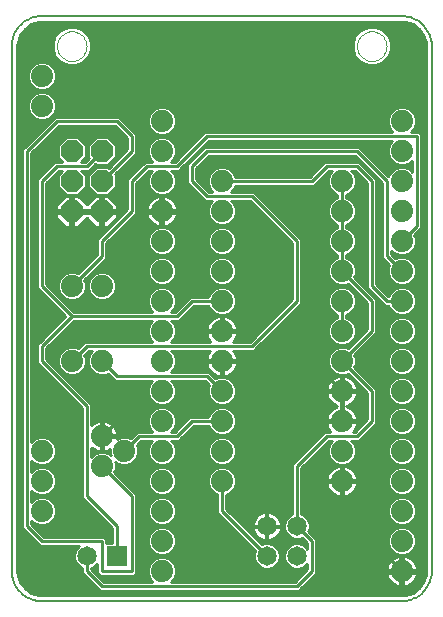
<source format=gtl>
G75*
%MOIN*%
%OFA0B0*%
%FSLAX24Y24*%
%IPPOS*%
%LPD*%
%AMOC8*
5,1,8,0,0,1.08239X$1,22.5*
%
%ADD10C,0.0080*%
%ADD11C,0.0000*%
%ADD12C,0.0650*%
%ADD13R,0.0650X0.0650*%
%ADD14C,0.0740*%
%ADD15OC8,0.0740*%
%ADD16C,0.0100*%
D10*
X021500Y001250D02*
X021500Y018750D01*
X021502Y018810D01*
X021507Y018871D01*
X021516Y018930D01*
X021529Y018989D01*
X021545Y019048D01*
X021565Y019105D01*
X021588Y019160D01*
X021615Y019215D01*
X021644Y019267D01*
X021677Y019318D01*
X021713Y019367D01*
X021751Y019413D01*
X021793Y019457D01*
X021837Y019499D01*
X021883Y019537D01*
X021932Y019573D01*
X021983Y019606D01*
X022035Y019635D01*
X022090Y019662D01*
X022145Y019685D01*
X022202Y019705D01*
X022261Y019721D01*
X022320Y019734D01*
X022379Y019743D01*
X022440Y019748D01*
X022500Y019750D01*
X034500Y019750D01*
X034560Y019748D01*
X034621Y019743D01*
X034680Y019734D01*
X034739Y019721D01*
X034798Y019705D01*
X034855Y019685D01*
X034910Y019662D01*
X034965Y019635D01*
X035017Y019606D01*
X035068Y019573D01*
X035117Y019537D01*
X035163Y019499D01*
X035207Y019457D01*
X035249Y019413D01*
X035287Y019367D01*
X035323Y019318D01*
X035356Y019267D01*
X035385Y019215D01*
X035412Y019160D01*
X035435Y019105D01*
X035455Y019048D01*
X035471Y018989D01*
X035484Y018930D01*
X035493Y018871D01*
X035498Y018810D01*
X035500Y018750D01*
X035500Y001250D01*
X035498Y001190D01*
X035493Y001129D01*
X035484Y001070D01*
X035471Y001011D01*
X035455Y000952D01*
X035435Y000895D01*
X035412Y000840D01*
X035385Y000785D01*
X035356Y000733D01*
X035323Y000682D01*
X035287Y000633D01*
X035249Y000587D01*
X035207Y000543D01*
X035163Y000501D01*
X035117Y000463D01*
X035068Y000427D01*
X035017Y000394D01*
X034965Y000365D01*
X034910Y000338D01*
X034855Y000315D01*
X034798Y000295D01*
X034739Y000279D01*
X034680Y000266D01*
X034621Y000257D01*
X034560Y000252D01*
X034500Y000250D01*
X022500Y000250D01*
X022440Y000252D01*
X022379Y000257D01*
X022320Y000266D01*
X022261Y000279D01*
X022202Y000295D01*
X022145Y000315D01*
X022090Y000338D01*
X022035Y000365D01*
X021983Y000394D01*
X021932Y000427D01*
X021883Y000463D01*
X021837Y000501D01*
X021793Y000543D01*
X021751Y000587D01*
X021713Y000633D01*
X021677Y000682D01*
X021644Y000733D01*
X021615Y000785D01*
X021588Y000840D01*
X021565Y000895D01*
X021545Y000952D01*
X021529Y001011D01*
X021516Y001070D01*
X021507Y001129D01*
X021502Y001190D01*
X021500Y001250D01*
D11*
X023008Y018750D02*
X023010Y018794D01*
X023016Y018838D01*
X023026Y018881D01*
X023039Y018923D01*
X023057Y018963D01*
X023078Y019002D01*
X023102Y019039D01*
X023129Y019074D01*
X023160Y019106D01*
X023193Y019135D01*
X023229Y019161D01*
X023267Y019183D01*
X023307Y019202D01*
X023348Y019218D01*
X023391Y019230D01*
X023434Y019238D01*
X023478Y019242D01*
X023522Y019242D01*
X023566Y019238D01*
X023609Y019230D01*
X023652Y019218D01*
X023693Y019202D01*
X023733Y019183D01*
X023771Y019161D01*
X023807Y019135D01*
X023840Y019106D01*
X023871Y019074D01*
X023898Y019039D01*
X023922Y019002D01*
X023943Y018963D01*
X023961Y018923D01*
X023974Y018881D01*
X023984Y018838D01*
X023990Y018794D01*
X023992Y018750D01*
X023990Y018706D01*
X023984Y018662D01*
X023974Y018619D01*
X023961Y018577D01*
X023943Y018537D01*
X023922Y018498D01*
X023898Y018461D01*
X023871Y018426D01*
X023840Y018394D01*
X023807Y018365D01*
X023771Y018339D01*
X023733Y018317D01*
X023693Y018298D01*
X023652Y018282D01*
X023609Y018270D01*
X023566Y018262D01*
X023522Y018258D01*
X023478Y018258D01*
X023434Y018262D01*
X023391Y018270D01*
X023348Y018282D01*
X023307Y018298D01*
X023267Y018317D01*
X023229Y018339D01*
X023193Y018365D01*
X023160Y018394D01*
X023129Y018426D01*
X023102Y018461D01*
X023078Y018498D01*
X023057Y018537D01*
X023039Y018577D01*
X023026Y018619D01*
X023016Y018662D01*
X023010Y018706D01*
X023008Y018750D01*
X033008Y018750D02*
X033010Y018794D01*
X033016Y018838D01*
X033026Y018881D01*
X033039Y018923D01*
X033057Y018963D01*
X033078Y019002D01*
X033102Y019039D01*
X033129Y019074D01*
X033160Y019106D01*
X033193Y019135D01*
X033229Y019161D01*
X033267Y019183D01*
X033307Y019202D01*
X033348Y019218D01*
X033391Y019230D01*
X033434Y019238D01*
X033478Y019242D01*
X033522Y019242D01*
X033566Y019238D01*
X033609Y019230D01*
X033652Y019218D01*
X033693Y019202D01*
X033733Y019183D01*
X033771Y019161D01*
X033807Y019135D01*
X033840Y019106D01*
X033871Y019074D01*
X033898Y019039D01*
X033922Y019002D01*
X033943Y018963D01*
X033961Y018923D01*
X033974Y018881D01*
X033984Y018838D01*
X033990Y018794D01*
X033992Y018750D01*
X033990Y018706D01*
X033984Y018662D01*
X033974Y018619D01*
X033961Y018577D01*
X033943Y018537D01*
X033922Y018498D01*
X033898Y018461D01*
X033871Y018426D01*
X033840Y018394D01*
X033807Y018365D01*
X033771Y018339D01*
X033733Y018317D01*
X033693Y018298D01*
X033652Y018282D01*
X033609Y018270D01*
X033566Y018262D01*
X033522Y018258D01*
X033478Y018258D01*
X033434Y018262D01*
X033391Y018270D01*
X033348Y018282D01*
X033307Y018298D01*
X033267Y018317D01*
X033229Y018339D01*
X033193Y018365D01*
X033160Y018394D01*
X033129Y018426D01*
X033102Y018461D01*
X033078Y018498D01*
X033057Y018537D01*
X033039Y018577D01*
X033026Y018619D01*
X033016Y018662D01*
X033010Y018706D01*
X033008Y018750D01*
D12*
X031000Y002750D03*
X030000Y002750D03*
X030000Y001750D03*
X031000Y001750D03*
X024000Y001750D03*
D13*
X025000Y001750D03*
D14*
X026500Y001250D03*
X026500Y002250D03*
X026500Y003250D03*
X026500Y004250D03*
X026500Y005250D03*
X025250Y005250D03*
X024500Y005750D03*
X024500Y004750D03*
X022500Y004250D03*
X022500Y003250D03*
X022500Y005250D03*
X026500Y006250D03*
X026500Y007250D03*
X026500Y008250D03*
X026500Y009250D03*
X026500Y010250D03*
X026500Y011250D03*
X026500Y012250D03*
X026500Y013250D03*
X026500Y014250D03*
X026500Y015250D03*
X026500Y016250D03*
X028500Y014250D03*
X028500Y013250D03*
X028500Y012250D03*
X028500Y011250D03*
X028500Y010250D03*
X028500Y009250D03*
X028500Y008250D03*
X028500Y007250D03*
X028500Y006250D03*
X028500Y005250D03*
X028500Y004250D03*
X032500Y004250D03*
X032500Y005250D03*
X032500Y006250D03*
X032500Y007250D03*
X032500Y008250D03*
X032500Y009250D03*
X032500Y010250D03*
X032500Y011250D03*
X032500Y012250D03*
X032500Y013250D03*
X032500Y014250D03*
X034500Y014250D03*
X034500Y013250D03*
X034500Y012250D03*
X034500Y011250D03*
X034500Y010250D03*
X034500Y009250D03*
X034500Y008250D03*
X034500Y007250D03*
X034500Y006250D03*
X034500Y005250D03*
X034500Y004250D03*
X034500Y003250D03*
X034500Y002250D03*
X034500Y001250D03*
X024500Y008250D03*
X023500Y008250D03*
X023500Y010750D03*
X024500Y010750D03*
X034500Y015250D03*
X034500Y016250D03*
X022500Y016750D03*
X022500Y017750D03*
D15*
X023500Y015250D03*
X024500Y015250D03*
X024500Y014250D03*
X023500Y014250D03*
X023500Y013250D03*
X024500Y013250D03*
D16*
X023500Y013250D01*
X023550Y013269D02*
X024450Y013269D01*
X024450Y013300D02*
X024450Y013200D01*
X024550Y013200D01*
X024550Y013300D01*
X024450Y013300D01*
X024450Y013770D01*
X024285Y013770D01*
X024000Y013485D01*
X023715Y013770D01*
X023550Y013770D01*
X023550Y013300D01*
X023450Y013300D01*
X023450Y013770D01*
X023285Y013770D01*
X022980Y013465D01*
X022980Y013300D01*
X023450Y013300D01*
X023450Y013200D01*
X022980Y013200D01*
X022980Y013035D01*
X023285Y012730D01*
X023450Y012730D01*
X023450Y013200D01*
X023550Y013200D01*
X023550Y013300D01*
X024450Y013300D01*
X024450Y013368D02*
X024550Y013368D01*
X024550Y013300D02*
X024550Y013770D01*
X024715Y013770D01*
X025020Y013465D01*
X025020Y013300D01*
X024550Y013300D01*
X024550Y013269D02*
X025307Y013269D01*
X025350Y013312D02*
X024350Y012312D01*
X024350Y011812D01*
X023710Y011172D01*
X023593Y011220D01*
X023407Y011220D01*
X023234Y011148D01*
X023102Y011016D01*
X023030Y010843D01*
X023030Y010657D01*
X023102Y010484D01*
X023234Y010352D01*
X023407Y010280D01*
X023593Y010280D01*
X023766Y010352D01*
X023898Y010484D01*
X023970Y010657D01*
X023970Y010843D01*
X023922Y010960D01*
X024562Y011600D01*
X024650Y011688D01*
X024650Y012188D01*
X025562Y013100D01*
X025650Y013188D01*
X025650Y014188D01*
X026062Y014600D01*
X026185Y014600D01*
X026102Y014516D01*
X026030Y014343D01*
X026030Y014157D01*
X026102Y013984D01*
X026234Y013852D01*
X026407Y013780D01*
X026593Y013780D01*
X026766Y013852D01*
X026898Y013984D01*
X026970Y014157D01*
X026970Y014343D01*
X026898Y014516D01*
X026815Y014600D01*
X027062Y014600D01*
X027150Y014688D01*
X028062Y015600D01*
X034185Y015600D01*
X034102Y015516D01*
X034030Y015343D01*
X034030Y015157D01*
X034102Y014984D01*
X034234Y014852D01*
X034407Y014780D01*
X034593Y014780D01*
X034766Y014852D01*
X034850Y014935D01*
X034850Y014565D01*
X034766Y014648D01*
X034593Y014720D01*
X034407Y014720D01*
X034234Y014648D01*
X034102Y014516D01*
X034056Y014406D01*
X033062Y015400D01*
X027938Y015400D01*
X027850Y015312D01*
X027350Y014812D01*
X027350Y014188D01*
X027438Y014100D01*
X027938Y013600D01*
X028185Y013600D01*
X028102Y013516D01*
X028030Y013343D01*
X028030Y013157D01*
X028102Y012984D01*
X028234Y012852D01*
X028407Y012780D01*
X028593Y012780D01*
X028766Y012852D01*
X028898Y012984D01*
X028970Y013157D01*
X028970Y013343D01*
X028898Y013516D01*
X028815Y013600D01*
X029438Y013600D01*
X030850Y012188D01*
X030850Y010312D01*
X029438Y008900D01*
X028885Y008900D01*
X028897Y008911D01*
X028945Y008977D01*
X028982Y009050D01*
X029007Y009128D01*
X029020Y009209D01*
X029020Y009211D01*
X028539Y009211D01*
X028539Y009289D01*
X028461Y009289D01*
X028461Y009770D01*
X028459Y009770D01*
X028378Y009757D01*
X028300Y009732D01*
X028227Y009695D01*
X028161Y009647D01*
X028103Y009589D01*
X028055Y009523D01*
X028018Y009450D01*
X027993Y009372D01*
X027980Y009291D01*
X027980Y009289D01*
X028461Y009289D01*
X028461Y009211D01*
X027980Y009211D01*
X027980Y009209D01*
X027993Y009128D01*
X028018Y009050D01*
X028055Y008977D01*
X028103Y008911D01*
X028115Y008900D01*
X026815Y008900D01*
X026898Y008984D01*
X026970Y009157D01*
X026970Y009343D01*
X026898Y009516D01*
X026815Y009600D01*
X027062Y009600D01*
X027562Y010100D01*
X028053Y010100D01*
X028102Y009984D01*
X028234Y009852D01*
X028407Y009780D01*
X028593Y009780D01*
X028766Y009852D01*
X028898Y009984D01*
X028970Y010157D01*
X028970Y010343D01*
X028898Y010516D01*
X028766Y010648D01*
X028593Y010720D01*
X028407Y010720D01*
X028234Y010648D01*
X028102Y010516D01*
X028053Y010400D01*
X027438Y010400D01*
X026938Y009900D01*
X026815Y009900D01*
X026898Y009984D01*
X026970Y010157D01*
X026970Y010343D01*
X026898Y010516D01*
X026766Y010648D01*
X026593Y010720D01*
X026407Y010720D01*
X026234Y010648D01*
X026102Y010516D01*
X026030Y010343D01*
X026030Y010157D01*
X026102Y009984D01*
X026185Y009900D01*
X023562Y009900D01*
X022650Y010812D01*
X022650Y014188D01*
X023062Y014600D01*
X023185Y014600D01*
X023030Y014445D01*
X023030Y014055D01*
X023305Y013780D01*
X023695Y013780D01*
X023970Y014055D01*
X023970Y014445D01*
X023815Y014600D01*
X024062Y014600D01*
X024274Y014812D01*
X024305Y014780D01*
X024695Y014780D01*
X024970Y015055D01*
X024970Y015445D01*
X024695Y015720D01*
X024305Y015720D01*
X024030Y015445D01*
X024030Y015055D01*
X024062Y015024D01*
X023938Y014900D01*
X023815Y014900D01*
X023970Y015055D01*
X023970Y015445D01*
X023695Y015720D01*
X023305Y015720D01*
X023030Y015445D01*
X023030Y015055D01*
X023185Y014900D01*
X022938Y014900D01*
X022850Y014812D01*
X022350Y014312D01*
X022350Y010688D01*
X022438Y010600D01*
X023288Y009750D01*
X022438Y008900D01*
X022438Y008900D01*
X022350Y008812D01*
X022350Y008188D01*
X022438Y008100D01*
X023850Y006688D01*
X023850Y003688D01*
X023938Y003600D01*
X024850Y002688D01*
X024850Y002175D01*
X024650Y002175D01*
X024650Y002312D01*
X024562Y002400D01*
X022562Y002400D01*
X022150Y002812D01*
X022150Y002935D01*
X022234Y002852D01*
X022407Y002780D01*
X022593Y002780D01*
X022766Y002852D01*
X022898Y002984D01*
X022970Y003157D01*
X022970Y003343D01*
X022898Y003516D01*
X022766Y003648D01*
X022593Y003720D01*
X022407Y003720D01*
X022234Y003648D01*
X022150Y003565D01*
X022150Y003935D01*
X022234Y003852D01*
X022407Y003780D01*
X022593Y003780D01*
X022766Y003852D01*
X022898Y003984D01*
X022970Y004157D01*
X022970Y004343D01*
X022898Y004516D01*
X022766Y004648D01*
X022593Y004720D01*
X022407Y004720D01*
X022234Y004648D01*
X022150Y004565D01*
X022150Y004935D01*
X022234Y004852D01*
X022407Y004780D01*
X022593Y004780D01*
X022766Y004852D01*
X022898Y004984D01*
X022970Y005157D01*
X022970Y005343D01*
X022898Y005516D01*
X022766Y005648D01*
X022593Y005720D01*
X022407Y005720D01*
X022234Y005648D01*
X022150Y005565D01*
X022150Y015188D01*
X023062Y016100D01*
X024938Y016100D01*
X025350Y015688D01*
X025350Y015312D01*
X024726Y014688D01*
X024695Y014720D01*
X024305Y014720D01*
X024030Y014445D01*
X024030Y014055D01*
X024305Y013780D01*
X024695Y013780D01*
X024970Y014055D01*
X024970Y014445D01*
X024938Y014476D01*
X025562Y015100D01*
X025650Y015188D01*
X025650Y015812D01*
X025150Y016312D01*
X025062Y016400D01*
X022938Y016400D01*
X021938Y015400D01*
X021850Y015312D01*
X021850Y002688D01*
X022350Y002188D01*
X022438Y002100D01*
X023749Y002100D01*
X023640Y001991D01*
X023575Y001835D01*
X023575Y001665D01*
X023640Y001509D01*
X023759Y001390D01*
X023850Y001352D01*
X023850Y001188D01*
X023938Y001100D01*
X024438Y000600D01*
X031062Y000600D01*
X031150Y000688D01*
X031562Y001100D01*
X031650Y001188D01*
X031650Y002312D01*
X031387Y002575D01*
X031425Y002665D01*
X031425Y002835D01*
X031360Y002991D01*
X031241Y003110D01*
X031150Y003148D01*
X031150Y004688D01*
X032062Y005600D01*
X032185Y005600D01*
X032102Y005516D01*
X032030Y005343D01*
X032030Y005157D01*
X032102Y004984D01*
X032234Y004852D01*
X032407Y004780D01*
X032593Y004780D01*
X032766Y004852D01*
X032898Y004984D01*
X032970Y005157D01*
X032970Y005343D01*
X032898Y005516D01*
X032815Y005600D01*
X033062Y005600D01*
X033562Y006100D01*
X033650Y006188D01*
X033650Y007312D01*
X032922Y008040D01*
X032970Y008157D01*
X032970Y008343D01*
X032922Y008460D01*
X033650Y009188D01*
X033650Y010312D01*
X033562Y010400D01*
X032922Y011040D01*
X032970Y011157D01*
X032970Y011343D01*
X032898Y011516D01*
X032766Y011648D01*
X032650Y011697D01*
X032650Y011803D01*
X032766Y011852D01*
X032898Y011984D01*
X032970Y012157D01*
X032970Y012343D01*
X032898Y012516D01*
X032766Y012648D01*
X032650Y012697D01*
X032650Y012803D01*
X032766Y012852D01*
X032898Y012984D01*
X032970Y013157D01*
X032970Y013343D01*
X032898Y013516D01*
X032766Y013648D01*
X032650Y013697D01*
X032650Y013803D01*
X032766Y013852D01*
X032898Y013984D01*
X032970Y014157D01*
X032970Y014343D01*
X032898Y014516D01*
X032815Y014600D01*
X032938Y014600D01*
X033350Y014188D01*
X033350Y010688D01*
X033850Y010188D01*
X033938Y010100D01*
X034053Y010100D01*
X034102Y009984D01*
X034234Y009852D01*
X034407Y009780D01*
X034593Y009780D01*
X034766Y009852D01*
X034898Y009984D01*
X034970Y010157D01*
X034970Y010343D01*
X034898Y010516D01*
X034766Y010648D01*
X034593Y010720D01*
X034407Y010720D01*
X034234Y010648D01*
X034102Y010516D01*
X034056Y010406D01*
X033650Y010812D01*
X033650Y014312D01*
X033562Y014400D01*
X033062Y014900D01*
X031938Y014900D01*
X031850Y014812D01*
X031438Y014400D01*
X028947Y014400D01*
X028898Y014516D01*
X028766Y014648D01*
X028593Y014720D01*
X028407Y014720D01*
X028234Y014648D01*
X028102Y014516D01*
X028030Y014343D01*
X028030Y014157D01*
X028102Y013984D01*
X028185Y013900D01*
X028062Y013900D01*
X027650Y014312D01*
X027650Y014688D01*
X028062Y015100D01*
X032938Y015100D01*
X033850Y014188D01*
X033850Y011688D01*
X033938Y011600D01*
X034078Y011460D01*
X034030Y011343D01*
X034030Y011157D01*
X034102Y010984D01*
X034234Y010852D01*
X034407Y010780D01*
X034593Y010780D01*
X034766Y010852D01*
X034898Y010984D01*
X034970Y011157D01*
X034970Y011343D01*
X034898Y011516D01*
X034766Y011648D01*
X034593Y011720D01*
X034407Y011720D01*
X034290Y011672D01*
X034150Y011812D01*
X034150Y011935D01*
X034234Y011852D01*
X034407Y011780D01*
X034593Y011780D01*
X034766Y011852D01*
X034898Y011984D01*
X034970Y012157D01*
X034970Y012343D01*
X034922Y012460D01*
X035150Y012688D01*
X035150Y015812D01*
X035062Y015900D01*
X034815Y015900D01*
X034898Y015984D01*
X034970Y016157D01*
X034970Y016343D01*
X034898Y016516D01*
X034766Y016648D01*
X034593Y016720D01*
X034407Y016720D01*
X034234Y016648D01*
X034102Y016516D01*
X034030Y016343D01*
X034030Y016157D01*
X034102Y015984D01*
X034185Y015900D01*
X027938Y015900D01*
X027850Y015812D01*
X026938Y014900D01*
X026815Y014900D01*
X026898Y014984D01*
X026970Y015157D01*
X026970Y015343D01*
X026898Y015516D01*
X026766Y015648D01*
X026593Y015720D01*
X026407Y015720D01*
X026234Y015648D01*
X026102Y015516D01*
X026030Y015343D01*
X026030Y015157D01*
X026102Y014984D01*
X026185Y014900D01*
X025938Y014900D01*
X025350Y014312D01*
X025350Y013312D01*
X025350Y013368D02*
X025020Y013368D01*
X025019Y013466D02*
X025350Y013466D01*
X025350Y013565D02*
X024921Y013565D01*
X024822Y013663D02*
X025350Y013663D01*
X025350Y013762D02*
X024724Y013762D01*
X024775Y013860D02*
X025350Y013860D01*
X025350Y013959D02*
X024873Y013959D01*
X024970Y014057D02*
X025350Y014057D01*
X025350Y014156D02*
X024970Y014156D01*
X024970Y014254D02*
X025350Y014254D01*
X025390Y014353D02*
X024970Y014353D01*
X024964Y014451D02*
X025489Y014451D01*
X025587Y014550D02*
X025012Y014550D01*
X025110Y014648D02*
X025686Y014648D01*
X025784Y014747D02*
X025209Y014747D01*
X025307Y014845D02*
X025883Y014845D01*
X026000Y014750D02*
X025500Y014250D01*
X025500Y013250D01*
X024500Y012250D01*
X024500Y011750D01*
X023500Y010750D01*
X023056Y010905D02*
X022650Y010905D01*
X022650Y011004D02*
X023096Y011004D01*
X023187Y011102D02*
X022650Y011102D01*
X022650Y011201D02*
X023360Y011201D01*
X023640Y011201D02*
X023738Y011201D01*
X023837Y011299D02*
X022650Y011299D01*
X022650Y011398D02*
X023935Y011398D01*
X024034Y011496D02*
X022650Y011496D01*
X022650Y011595D02*
X024132Y011595D01*
X024231Y011693D02*
X022650Y011693D01*
X022650Y011792D02*
X024329Y011792D01*
X024350Y011890D02*
X022650Y011890D01*
X022650Y011989D02*
X024350Y011989D01*
X024350Y012087D02*
X022650Y012087D01*
X022650Y012186D02*
X024350Y012186D01*
X024350Y012284D02*
X022650Y012284D01*
X022650Y012383D02*
X024420Y012383D01*
X024519Y012481D02*
X022650Y012481D01*
X022650Y012580D02*
X024617Y012580D01*
X024716Y012678D02*
X022650Y012678D01*
X022650Y012777D02*
X023238Y012777D01*
X023140Y012875D02*
X022650Y012875D01*
X022650Y012974D02*
X023041Y012974D01*
X022980Y013072D02*
X022650Y013072D01*
X022650Y013171D02*
X022980Y013171D01*
X022980Y013368D02*
X022650Y013368D01*
X022650Y013466D02*
X022981Y013466D01*
X023079Y013565D02*
X022650Y013565D01*
X022650Y013663D02*
X023178Y013663D01*
X023276Y013762D02*
X022650Y013762D01*
X022650Y013860D02*
X023225Y013860D01*
X023127Y013959D02*
X022650Y013959D01*
X022650Y014057D02*
X023030Y014057D01*
X023030Y014156D02*
X022650Y014156D01*
X022716Y014254D02*
X023030Y014254D01*
X023030Y014353D02*
X022815Y014353D01*
X022913Y014451D02*
X023036Y014451D01*
X023012Y014550D02*
X023135Y014550D01*
X023000Y014750D02*
X024000Y014750D01*
X024500Y015250D01*
X024030Y015239D02*
X023970Y015239D01*
X023970Y015141D02*
X024030Y015141D01*
X024043Y015042D02*
X023957Y015042D01*
X023981Y014944D02*
X023858Y014944D01*
X024209Y014747D02*
X024784Y014747D01*
X024760Y014845D02*
X024883Y014845D01*
X024858Y014944D02*
X024981Y014944D01*
X024957Y015042D02*
X025080Y015042D01*
X025178Y015141D02*
X024970Y015141D01*
X024970Y015239D02*
X025277Y015239D01*
X025350Y015338D02*
X024970Y015338D01*
X024970Y015436D02*
X025350Y015436D01*
X025350Y015535D02*
X024880Y015535D01*
X024782Y015633D02*
X025350Y015633D01*
X025306Y015732D02*
X022694Y015732D01*
X022792Y015830D02*
X025208Y015830D01*
X025109Y015929D02*
X022891Y015929D01*
X022989Y016027D02*
X025011Y016027D01*
X025000Y016250D02*
X023000Y016250D01*
X022000Y015250D01*
X022000Y002750D01*
X022500Y002250D01*
X024500Y002250D01*
X024500Y001250D01*
X025500Y001250D01*
X025500Y003750D01*
X024500Y004750D01*
X024922Y004540D02*
X024970Y004657D01*
X024970Y004843D01*
X024955Y004881D01*
X024984Y004852D01*
X025157Y004780D01*
X025343Y004780D01*
X025516Y004852D01*
X025648Y004984D01*
X025720Y005157D01*
X025720Y005343D01*
X025672Y005460D01*
X025812Y005600D01*
X026185Y005600D01*
X026102Y005516D01*
X026030Y005343D01*
X026030Y005157D01*
X026102Y004984D01*
X026234Y004852D01*
X026407Y004780D01*
X026593Y004780D01*
X026766Y004852D01*
X026898Y004984D01*
X026970Y005157D01*
X026970Y005343D01*
X026898Y005516D01*
X026815Y005600D01*
X027062Y005600D01*
X027150Y005688D01*
X027562Y006100D01*
X028053Y006100D01*
X028102Y005984D01*
X028234Y005852D01*
X028407Y005780D01*
X028593Y005780D01*
X028766Y005852D01*
X028898Y005984D01*
X028970Y006157D01*
X028970Y006343D01*
X028898Y006516D01*
X028766Y006648D01*
X028593Y006720D01*
X028407Y006720D01*
X028234Y006648D01*
X028102Y006516D01*
X028053Y006400D01*
X027438Y006400D01*
X027350Y006312D01*
X026938Y005900D01*
X026815Y005900D01*
X026898Y005984D01*
X026970Y006157D01*
X026970Y006343D01*
X026898Y006516D01*
X026766Y006648D01*
X026593Y006720D01*
X026407Y006720D01*
X026234Y006648D01*
X026102Y006516D01*
X026030Y006343D01*
X026030Y006157D01*
X026102Y005984D01*
X026185Y005900D01*
X025688Y005900D01*
X025460Y005672D01*
X025343Y005720D01*
X025157Y005720D01*
X025012Y005660D01*
X025020Y005709D01*
X025020Y005720D01*
X024530Y005720D01*
X024530Y005780D01*
X024470Y005780D01*
X024470Y006270D01*
X024459Y006270D01*
X024378Y006257D01*
X024300Y006232D01*
X024227Y006195D01*
X024161Y006147D01*
X024150Y006135D01*
X024150Y006812D01*
X022650Y008312D01*
X022650Y008688D01*
X023562Y009600D01*
X026185Y009600D01*
X026102Y009516D01*
X026030Y009343D01*
X026030Y009157D01*
X026102Y008984D01*
X026185Y008900D01*
X023938Y008900D01*
X023710Y008672D01*
X023593Y008720D01*
X023407Y008720D01*
X023234Y008648D01*
X023102Y008516D01*
X023030Y008343D01*
X023030Y008157D01*
X023102Y007984D01*
X023234Y007852D01*
X023111Y007852D01*
X023135Y007950D02*
X023012Y007950D01*
X023075Y008049D02*
X022914Y008049D01*
X022815Y008147D02*
X023034Y008147D01*
X023030Y008246D02*
X022717Y008246D01*
X022650Y008344D02*
X023030Y008344D01*
X023071Y008443D02*
X022650Y008443D01*
X022650Y008541D02*
X023126Y008541D01*
X023225Y008640D02*
X022650Y008640D01*
X022700Y008738D02*
X023776Y008738D01*
X023874Y008837D02*
X022799Y008837D01*
X022897Y008935D02*
X026150Y008935D01*
X026081Y009034D02*
X022996Y009034D01*
X023094Y009132D02*
X026040Y009132D01*
X026030Y009231D02*
X023193Y009231D01*
X023291Y009329D02*
X026030Y009329D01*
X026065Y009428D02*
X023390Y009428D01*
X023488Y009526D02*
X026111Y009526D01*
X026165Y009920D02*
X023542Y009920D01*
X023444Y010019D02*
X026087Y010019D01*
X026046Y010117D02*
X023345Y010117D01*
X023247Y010216D02*
X026030Y010216D01*
X026030Y010314D02*
X024676Y010314D01*
X024593Y010280D02*
X024766Y010352D01*
X024898Y010484D01*
X024970Y010657D01*
X024970Y010843D01*
X024898Y011016D01*
X024766Y011148D01*
X024593Y011220D01*
X024407Y011220D01*
X024234Y011148D01*
X024102Y011016D01*
X024030Y010843D01*
X024030Y010657D01*
X024102Y010484D01*
X024234Y010352D01*
X024407Y010280D01*
X024593Y010280D01*
X024827Y010413D02*
X026059Y010413D01*
X026099Y010511D02*
X024910Y010511D01*
X024951Y010610D02*
X026195Y010610D01*
X026378Y010708D02*
X024970Y010708D01*
X024970Y010807D02*
X026342Y010807D01*
X026407Y010780D02*
X026234Y010852D01*
X026102Y010984D01*
X026030Y011157D01*
X026030Y011343D01*
X026102Y011516D01*
X026234Y011648D01*
X026407Y011720D01*
X026593Y011720D01*
X026766Y011648D01*
X026898Y011516D01*
X026970Y011343D01*
X026970Y011157D01*
X026898Y010984D01*
X026766Y010852D01*
X026593Y010780D01*
X026407Y010780D01*
X026622Y010708D02*
X028378Y010708D01*
X028407Y010780D02*
X028593Y010780D01*
X028766Y010852D01*
X028898Y010984D01*
X028970Y011157D01*
X028970Y011343D01*
X028898Y011516D01*
X028766Y011648D01*
X028593Y011720D01*
X028407Y011720D01*
X028234Y011648D01*
X028102Y011516D01*
X028030Y011343D01*
X028030Y011157D01*
X028102Y010984D01*
X028234Y010852D01*
X028407Y010780D01*
X028342Y010807D02*
X026658Y010807D01*
X026820Y010905D02*
X028180Y010905D01*
X028093Y011004D02*
X026907Y011004D01*
X026947Y011102D02*
X028053Y011102D01*
X028030Y011201D02*
X026970Y011201D01*
X026970Y011299D02*
X028030Y011299D01*
X028052Y011398D02*
X026948Y011398D01*
X026907Y011496D02*
X028093Y011496D01*
X028180Y011595D02*
X026820Y011595D01*
X026659Y011693D02*
X028341Y011693D01*
X028379Y011792D02*
X026621Y011792D01*
X026593Y011780D02*
X026766Y011852D01*
X026898Y011984D01*
X026970Y012157D01*
X026970Y012343D01*
X026898Y012516D01*
X026766Y012648D01*
X026593Y012720D01*
X026407Y012720D01*
X026234Y012648D01*
X026102Y012516D01*
X026030Y012343D01*
X026030Y012157D01*
X026102Y011984D01*
X026234Y011852D01*
X026407Y011780D01*
X026593Y011780D01*
X026379Y011792D02*
X024650Y011792D01*
X024650Y011890D02*
X026195Y011890D01*
X026100Y011989D02*
X024650Y011989D01*
X024650Y012087D02*
X026059Y012087D01*
X026030Y012186D02*
X024650Y012186D01*
X024746Y012284D02*
X026030Y012284D01*
X026046Y012383D02*
X024845Y012383D01*
X024943Y012481D02*
X026087Y012481D01*
X026165Y012580D02*
X025042Y012580D01*
X025140Y012678D02*
X026305Y012678D01*
X026300Y012768D02*
X026378Y012743D01*
X026450Y012731D01*
X026450Y013200D01*
X026550Y013200D01*
X026550Y013300D01*
X027019Y013300D01*
X027007Y013372D01*
X026982Y013450D01*
X026945Y013523D01*
X026897Y013589D01*
X026839Y013647D01*
X026773Y013695D01*
X026700Y013732D01*
X026622Y013757D01*
X026550Y013769D01*
X026550Y013300D01*
X026450Y013300D01*
X026450Y013769D01*
X026378Y013757D01*
X026300Y013732D01*
X026227Y013695D01*
X026161Y013647D01*
X026103Y013589D01*
X026055Y013523D01*
X026018Y013450D01*
X025993Y013372D01*
X025981Y013300D01*
X026450Y013300D01*
X026450Y013200D01*
X025981Y013200D01*
X025993Y013128D01*
X026018Y013050D01*
X026055Y012977D01*
X026103Y012911D01*
X026161Y012853D01*
X026227Y012805D01*
X026300Y012768D01*
X026284Y012777D02*
X025239Y012777D01*
X025337Y012875D02*
X026140Y012875D01*
X026058Y012974D02*
X025436Y012974D01*
X025534Y013072D02*
X026011Y013072D01*
X025986Y013171D02*
X025633Y013171D01*
X025650Y013269D02*
X026450Y013269D01*
X026500Y013250D02*
X027500Y013250D01*
X028000Y012750D01*
X029500Y012750D01*
X030500Y011750D01*
X030500Y010250D01*
X029500Y009250D01*
X028500Y009250D01*
X028539Y009231D02*
X029768Y009231D01*
X029867Y009329D02*
X029014Y009329D01*
X029020Y009291D02*
X029007Y009372D01*
X028982Y009450D01*
X028945Y009523D01*
X028897Y009589D01*
X028839Y009647D01*
X028773Y009695D01*
X028700Y009732D01*
X028622Y009757D01*
X028541Y009770D01*
X028539Y009770D01*
X028539Y009289D01*
X029020Y009289D01*
X029020Y009291D01*
X028989Y009428D02*
X029965Y009428D01*
X030064Y009526D02*
X028942Y009526D01*
X028861Y009625D02*
X030162Y009625D01*
X030261Y009723D02*
X028717Y009723D01*
X028694Y009822D02*
X030359Y009822D01*
X030458Y009920D02*
X028835Y009920D01*
X028913Y010019D02*
X030556Y010019D01*
X030655Y010117D02*
X028954Y010117D01*
X028970Y010216D02*
X030753Y010216D01*
X030850Y010314D02*
X028970Y010314D01*
X028941Y010413D02*
X030850Y010413D01*
X030850Y010511D02*
X028901Y010511D01*
X028805Y010610D02*
X030850Y010610D01*
X030850Y010708D02*
X028622Y010708D01*
X028658Y010807D02*
X030850Y010807D01*
X030850Y010905D02*
X028820Y010905D01*
X028907Y011004D02*
X030850Y011004D01*
X030850Y011102D02*
X028947Y011102D01*
X028970Y011201D02*
X030850Y011201D01*
X030850Y011299D02*
X028970Y011299D01*
X028948Y011398D02*
X030850Y011398D01*
X030850Y011496D02*
X028907Y011496D01*
X028820Y011595D02*
X030850Y011595D01*
X030850Y011693D02*
X028659Y011693D01*
X028621Y011792D02*
X030850Y011792D01*
X030850Y011890D02*
X028805Y011890D01*
X028766Y011852D02*
X028898Y011984D01*
X028970Y012157D01*
X028970Y012343D01*
X028898Y012516D01*
X028766Y012648D01*
X028593Y012720D01*
X028407Y012720D01*
X028234Y012648D01*
X028102Y012516D01*
X028030Y012343D01*
X028030Y012157D01*
X028102Y011984D01*
X028234Y011852D01*
X028407Y011780D01*
X028593Y011780D01*
X028766Y011852D01*
X028900Y011989D02*
X030850Y011989D01*
X030850Y012087D02*
X028941Y012087D01*
X028970Y012186D02*
X030850Y012186D01*
X030754Y012284D02*
X028970Y012284D01*
X028954Y012383D02*
X030655Y012383D01*
X030557Y012481D02*
X028913Y012481D01*
X028835Y012580D02*
X030458Y012580D01*
X030360Y012678D02*
X028695Y012678D01*
X028790Y012875D02*
X030163Y012875D01*
X030261Y012777D02*
X026716Y012777D01*
X026700Y012768D02*
X026773Y012805D01*
X026839Y012853D01*
X026897Y012911D01*
X026945Y012977D01*
X026982Y013050D01*
X027007Y013128D01*
X027019Y013200D01*
X026550Y013200D01*
X026550Y012731D01*
X026622Y012743D01*
X026700Y012768D01*
X026695Y012678D02*
X028305Y012678D01*
X028165Y012580D02*
X026835Y012580D01*
X026913Y012481D02*
X028087Y012481D01*
X028046Y012383D02*
X026954Y012383D01*
X026970Y012284D02*
X028030Y012284D01*
X028030Y012186D02*
X026970Y012186D01*
X026941Y012087D02*
X028059Y012087D01*
X028100Y011989D02*
X026900Y011989D01*
X026805Y011890D02*
X028195Y011890D01*
X028210Y012875D02*
X026860Y012875D01*
X026942Y012974D02*
X028112Y012974D01*
X028065Y013072D02*
X026989Y013072D01*
X027014Y013171D02*
X028030Y013171D01*
X028030Y013269D02*
X026550Y013269D01*
X026550Y013171D02*
X026450Y013171D01*
X026450Y013072D02*
X026550Y013072D01*
X026550Y012974D02*
X026450Y012974D01*
X026450Y012875D02*
X026550Y012875D01*
X026550Y012777D02*
X026450Y012777D01*
X026450Y013368D02*
X026550Y013368D01*
X026550Y013466D02*
X026450Y013466D01*
X026450Y013565D02*
X026550Y013565D01*
X026550Y013663D02*
X026450Y013663D01*
X026450Y013762D02*
X026550Y013762D01*
X026594Y013762D02*
X027776Y013762D01*
X027678Y013860D02*
X026775Y013860D01*
X026873Y013959D02*
X027579Y013959D01*
X027481Y014057D02*
X026929Y014057D01*
X026970Y014156D02*
X027382Y014156D01*
X027350Y014254D02*
X026970Y014254D01*
X026966Y014353D02*
X027350Y014353D01*
X027350Y014451D02*
X026925Y014451D01*
X026865Y014550D02*
X027350Y014550D01*
X027350Y014648D02*
X027110Y014648D01*
X027209Y014747D02*
X027350Y014747D01*
X027383Y014845D02*
X027307Y014845D01*
X027406Y014944D02*
X027481Y014944D01*
X027504Y015042D02*
X027580Y015042D01*
X027603Y015141D02*
X027678Y015141D01*
X027701Y015239D02*
X027777Y015239D01*
X027800Y015338D02*
X027875Y015338D01*
X027850Y015312D02*
X027850Y015312D01*
X027898Y015436D02*
X034068Y015436D01*
X034030Y015338D02*
X033125Y015338D01*
X033223Y015239D02*
X034030Y015239D01*
X034037Y015141D02*
X033322Y015141D01*
X033420Y015042D02*
X034077Y015042D01*
X034142Y014944D02*
X033519Y014944D01*
X033617Y014845D02*
X034249Y014845D01*
X034233Y014648D02*
X033814Y014648D01*
X033913Y014550D02*
X034135Y014550D01*
X034075Y014451D02*
X034011Y014451D01*
X034000Y014250D02*
X034000Y011750D01*
X034500Y011250D01*
X034053Y011102D02*
X033650Y011102D01*
X033650Y011004D02*
X034093Y011004D01*
X034180Y010905D02*
X033650Y010905D01*
X033656Y010807D02*
X034342Y010807D01*
X034378Y010708D02*
X033754Y010708D01*
X033853Y010610D02*
X034195Y010610D01*
X034099Y010511D02*
X033951Y010511D01*
X034050Y010413D02*
X034059Y010413D01*
X034000Y010250D02*
X034500Y010250D01*
X034913Y010019D02*
X035310Y010019D01*
X035310Y010117D02*
X034954Y010117D01*
X034970Y010216D02*
X035310Y010216D01*
X035310Y010314D02*
X034970Y010314D01*
X034941Y010413D02*
X035310Y010413D01*
X035310Y010511D02*
X034901Y010511D01*
X034805Y010610D02*
X035310Y010610D01*
X035310Y010708D02*
X034622Y010708D01*
X034658Y010807D02*
X035310Y010807D01*
X035310Y010905D02*
X034820Y010905D01*
X034907Y011004D02*
X035310Y011004D01*
X035310Y011102D02*
X034947Y011102D01*
X034970Y011201D02*
X035310Y011201D01*
X035310Y011299D02*
X034970Y011299D01*
X034948Y011398D02*
X035310Y011398D01*
X035310Y011496D02*
X034907Y011496D01*
X034820Y011595D02*
X035310Y011595D01*
X035310Y011693D02*
X034659Y011693D01*
X034621Y011792D02*
X035310Y011792D01*
X035310Y011890D02*
X034805Y011890D01*
X034900Y011989D02*
X035310Y011989D01*
X035310Y012087D02*
X034941Y012087D01*
X034970Y012186D02*
X035310Y012186D01*
X035310Y012284D02*
X034970Y012284D01*
X034954Y012383D02*
X035310Y012383D01*
X035310Y012481D02*
X034943Y012481D01*
X035042Y012580D02*
X035310Y012580D01*
X035310Y012678D02*
X035140Y012678D01*
X035150Y012777D02*
X035310Y012777D01*
X035310Y012875D02*
X035150Y012875D01*
X035150Y012974D02*
X035310Y012974D01*
X035310Y013072D02*
X035150Y013072D01*
X035150Y013171D02*
X035310Y013171D01*
X035310Y013269D02*
X035150Y013269D01*
X035150Y013368D02*
X035310Y013368D01*
X035310Y013466D02*
X035150Y013466D01*
X035150Y013565D02*
X035310Y013565D01*
X035310Y013663D02*
X035150Y013663D01*
X035150Y013762D02*
X035310Y013762D01*
X035310Y013860D02*
X035150Y013860D01*
X035150Y013959D02*
X035310Y013959D01*
X035310Y014057D02*
X035150Y014057D01*
X035150Y014156D02*
X035310Y014156D01*
X035310Y014254D02*
X035150Y014254D01*
X035150Y014353D02*
X035310Y014353D01*
X035310Y014451D02*
X035150Y014451D01*
X035150Y014550D02*
X035310Y014550D01*
X035310Y014648D02*
X035150Y014648D01*
X035150Y014747D02*
X035310Y014747D01*
X035310Y014845D02*
X035150Y014845D01*
X035150Y014944D02*
X035310Y014944D01*
X035310Y015042D02*
X035150Y015042D01*
X035150Y015141D02*
X035310Y015141D01*
X035310Y015239D02*
X035150Y015239D01*
X035150Y015338D02*
X035310Y015338D01*
X035310Y015436D02*
X035150Y015436D01*
X035150Y015535D02*
X035310Y015535D01*
X035310Y015633D02*
X035150Y015633D01*
X035150Y015732D02*
X035310Y015732D01*
X035310Y015830D02*
X035132Y015830D01*
X035000Y015750D02*
X028000Y015750D01*
X027000Y014750D01*
X026000Y014750D01*
X026012Y014550D02*
X026135Y014550D01*
X026075Y014451D02*
X025913Y014451D01*
X025815Y014353D02*
X026034Y014353D01*
X026030Y014254D02*
X025716Y014254D01*
X025650Y014156D02*
X026030Y014156D01*
X026071Y014057D02*
X025650Y014057D01*
X025650Y013959D02*
X026127Y013959D01*
X026225Y013860D02*
X025650Y013860D01*
X025650Y013762D02*
X026406Y013762D01*
X026184Y013663D02*
X025650Y013663D01*
X025650Y013565D02*
X026086Y013565D01*
X026026Y013466D02*
X025650Y013466D01*
X025650Y013368D02*
X025992Y013368D01*
X025208Y013171D02*
X025020Y013171D01*
X025020Y013200D02*
X024550Y013200D01*
X024550Y012730D01*
X024715Y012730D01*
X025020Y013035D01*
X025020Y013200D01*
X025020Y013072D02*
X025110Y013072D01*
X025011Y012974D02*
X024959Y012974D01*
X024913Y012875D02*
X024860Y012875D01*
X024814Y012777D02*
X024762Y012777D01*
X024550Y012777D02*
X024450Y012777D01*
X024450Y012730D02*
X024450Y013200D01*
X023980Y013200D01*
X023550Y013200D01*
X023550Y012730D01*
X023715Y012730D01*
X024000Y013015D01*
X024285Y012730D01*
X024450Y012730D01*
X024450Y012875D02*
X024550Y012875D01*
X024550Y012974D02*
X024450Y012974D01*
X024450Y013072D02*
X024550Y013072D01*
X024550Y013171D02*
X024450Y013171D01*
X024450Y013466D02*
X024550Y013466D01*
X024550Y013565D02*
X024450Y013565D01*
X024450Y013663D02*
X024550Y013663D01*
X024550Y013762D02*
X024450Y013762D01*
X024276Y013762D02*
X023724Y013762D01*
X023775Y013860D02*
X024225Y013860D01*
X024127Y013959D02*
X023873Y013959D01*
X023970Y014057D02*
X024030Y014057D01*
X024030Y014156D02*
X023970Y014156D01*
X023970Y014254D02*
X024030Y014254D01*
X024030Y014353D02*
X023970Y014353D01*
X023964Y014451D02*
X024036Y014451D01*
X024135Y014550D02*
X023865Y014550D01*
X024110Y014648D02*
X024233Y014648D01*
X024500Y014250D02*
X025500Y015250D01*
X025500Y015750D01*
X025000Y016250D01*
X025140Y016323D02*
X026030Y016323D01*
X026030Y016343D02*
X026030Y016157D01*
X026102Y015984D01*
X026234Y015852D01*
X026407Y015780D01*
X026593Y015780D01*
X026766Y015852D01*
X026898Y015984D01*
X026970Y016157D01*
X026970Y016343D01*
X026898Y016516D01*
X026766Y016648D01*
X026593Y016720D01*
X026407Y016720D01*
X026234Y016648D01*
X026102Y016516D01*
X026030Y016343D01*
X026062Y016421D02*
X022836Y016421D01*
X022898Y016484D02*
X022970Y016657D01*
X022970Y016843D01*
X022898Y017016D01*
X022766Y017148D01*
X022593Y017220D01*
X022407Y017220D01*
X022234Y017148D01*
X022102Y017016D01*
X022030Y016843D01*
X022030Y016657D01*
X022102Y016484D01*
X022234Y016352D01*
X022407Y016280D01*
X022593Y016280D01*
X022766Y016352D01*
X022898Y016484D01*
X022913Y016520D02*
X026105Y016520D01*
X026203Y016618D02*
X022954Y016618D01*
X022970Y016717D02*
X026398Y016717D01*
X026602Y016717D02*
X034398Y016717D01*
X034602Y016717D02*
X035310Y016717D01*
X035310Y016815D02*
X022970Y016815D01*
X022941Y016914D02*
X035310Y016914D01*
X035310Y017012D02*
X022900Y017012D01*
X022804Y017111D02*
X035310Y017111D01*
X035310Y017209D02*
X022620Y017209D01*
X022593Y017280D02*
X022766Y017352D01*
X022898Y017484D01*
X022970Y017657D01*
X022970Y017843D01*
X022898Y018016D01*
X022766Y018148D01*
X022593Y018220D01*
X022407Y018220D01*
X022234Y018148D01*
X022102Y018016D01*
X022030Y017843D01*
X022030Y017657D01*
X022102Y017484D01*
X022234Y017352D01*
X022407Y017280D01*
X022593Y017280D01*
X022660Y017308D02*
X035310Y017308D01*
X035310Y017406D02*
X022821Y017406D01*
X022907Y017505D02*
X035310Y017505D01*
X035310Y017603D02*
X022948Y017603D01*
X022970Y017702D02*
X035310Y017702D01*
X035310Y017800D02*
X022970Y017800D01*
X022947Y017899D02*
X035310Y017899D01*
X035310Y017997D02*
X022906Y017997D01*
X022819Y018096D02*
X035310Y018096D01*
X035310Y018194D02*
X033836Y018194D01*
X033864Y018206D02*
X034044Y018386D01*
X034142Y018622D01*
X034142Y018878D01*
X034044Y019114D01*
X033864Y019294D01*
X033628Y019392D01*
X033372Y019392D01*
X033136Y019294D01*
X032956Y019114D01*
X032858Y018878D01*
X032858Y018622D01*
X032956Y018386D01*
X033136Y018206D01*
X033372Y018108D01*
X033628Y018108D01*
X033864Y018206D01*
X033951Y018293D02*
X035310Y018293D01*
X035310Y018391D02*
X034046Y018391D01*
X034087Y018490D02*
X035310Y018490D01*
X035310Y018588D02*
X034128Y018588D01*
X034142Y018687D02*
X035310Y018687D01*
X035310Y018750D02*
X035310Y001250D01*
X035300Y001123D01*
X035222Y000882D01*
X035073Y000677D01*
X034868Y000528D01*
X034627Y000450D01*
X034500Y000440D01*
X022500Y000440D01*
X022373Y000450D01*
X022132Y000528D01*
X021927Y000677D01*
X021778Y000882D01*
X021700Y001123D01*
X021690Y001250D01*
X021690Y018750D01*
X021700Y018877D01*
X021778Y019118D01*
X021927Y019323D01*
X022132Y019472D01*
X022373Y019550D01*
X022500Y019560D01*
X034500Y019560D01*
X034627Y019550D01*
X034868Y019472D01*
X035073Y019323D01*
X035222Y019118D01*
X035300Y018877D01*
X035310Y018750D01*
X035307Y018785D02*
X034142Y018785D01*
X034140Y018884D02*
X035298Y018884D01*
X035266Y018982D02*
X034099Y018982D01*
X034058Y019081D02*
X035234Y019081D01*
X035177Y019179D02*
X033979Y019179D01*
X033881Y019278D02*
X035106Y019278D01*
X034999Y019376D02*
X033666Y019376D01*
X033334Y019376D02*
X023666Y019376D01*
X023628Y019392D02*
X023372Y019392D01*
X023136Y019294D01*
X022956Y019114D01*
X022858Y018878D01*
X022858Y018622D01*
X022956Y018386D01*
X023136Y018206D01*
X023372Y018108D01*
X023628Y018108D01*
X023864Y018206D01*
X024044Y018386D01*
X024142Y018622D01*
X024142Y018878D01*
X024044Y019114D01*
X023864Y019294D01*
X023628Y019392D01*
X023881Y019278D02*
X033119Y019278D01*
X033021Y019179D02*
X023979Y019179D01*
X024058Y019081D02*
X032942Y019081D01*
X032901Y018982D02*
X024099Y018982D01*
X024140Y018884D02*
X032860Y018884D01*
X032858Y018785D02*
X024142Y018785D01*
X024142Y018687D02*
X032858Y018687D01*
X032872Y018588D02*
X024128Y018588D01*
X024087Y018490D02*
X032913Y018490D01*
X032954Y018391D02*
X024046Y018391D01*
X023951Y018293D02*
X033049Y018293D01*
X033164Y018194D02*
X023836Y018194D01*
X023164Y018194D02*
X022656Y018194D01*
X022344Y018194D02*
X021690Y018194D01*
X021690Y018096D02*
X022181Y018096D01*
X022094Y017997D02*
X021690Y017997D01*
X021690Y017899D02*
X022053Y017899D01*
X022030Y017800D02*
X021690Y017800D01*
X021690Y017702D02*
X022030Y017702D01*
X022052Y017603D02*
X021690Y017603D01*
X021690Y017505D02*
X022093Y017505D01*
X022179Y017406D02*
X021690Y017406D01*
X021690Y017308D02*
X022340Y017308D01*
X022380Y017209D02*
X021690Y017209D01*
X021690Y017111D02*
X022196Y017111D01*
X022100Y017012D02*
X021690Y017012D01*
X021690Y016914D02*
X022059Y016914D01*
X022030Y016815D02*
X021690Y016815D01*
X021690Y016717D02*
X022030Y016717D01*
X022046Y016618D02*
X021690Y016618D01*
X021690Y016520D02*
X022087Y016520D01*
X022164Y016421D02*
X021690Y016421D01*
X021690Y016323D02*
X022304Y016323D01*
X022696Y016323D02*
X022860Y016323D01*
X022762Y016224D02*
X021690Y016224D01*
X021690Y016126D02*
X022663Y016126D01*
X022565Y016027D02*
X021690Y016027D01*
X021690Y015929D02*
X022466Y015929D01*
X022368Y015830D02*
X021690Y015830D01*
X021690Y015732D02*
X022269Y015732D01*
X022171Y015633D02*
X021690Y015633D01*
X021690Y015535D02*
X022072Y015535D01*
X021974Y015436D02*
X021690Y015436D01*
X021690Y015338D02*
X021875Y015338D01*
X021850Y015239D02*
X021690Y015239D01*
X021690Y015141D02*
X021850Y015141D01*
X021850Y015042D02*
X021690Y015042D01*
X021690Y014944D02*
X021850Y014944D01*
X021850Y014845D02*
X021690Y014845D01*
X021690Y014747D02*
X021850Y014747D01*
X021850Y014648D02*
X021690Y014648D01*
X021690Y014550D02*
X021850Y014550D01*
X021850Y014451D02*
X021690Y014451D01*
X021690Y014353D02*
X021850Y014353D01*
X021850Y014254D02*
X021690Y014254D01*
X021690Y014156D02*
X021850Y014156D01*
X021850Y014057D02*
X021690Y014057D01*
X021690Y013959D02*
X021850Y013959D01*
X021850Y013860D02*
X021690Y013860D01*
X021690Y013762D02*
X021850Y013762D01*
X021850Y013663D02*
X021690Y013663D01*
X021690Y013565D02*
X021850Y013565D01*
X021850Y013466D02*
X021690Y013466D01*
X021690Y013368D02*
X021850Y013368D01*
X021850Y013269D02*
X021690Y013269D01*
X021690Y013171D02*
X021850Y013171D01*
X021850Y013072D02*
X021690Y013072D01*
X021690Y012974D02*
X021850Y012974D01*
X021850Y012875D02*
X021690Y012875D01*
X021690Y012777D02*
X021850Y012777D01*
X021850Y012678D02*
X021690Y012678D01*
X021690Y012580D02*
X021850Y012580D01*
X021850Y012481D02*
X021690Y012481D01*
X021690Y012383D02*
X021850Y012383D01*
X021850Y012284D02*
X021690Y012284D01*
X021690Y012186D02*
X021850Y012186D01*
X021850Y012087D02*
X021690Y012087D01*
X021690Y011989D02*
X021850Y011989D01*
X021850Y011890D02*
X021690Y011890D01*
X021690Y011792D02*
X021850Y011792D01*
X021850Y011693D02*
X021690Y011693D01*
X021690Y011595D02*
X021850Y011595D01*
X021850Y011496D02*
X021690Y011496D01*
X021690Y011398D02*
X021850Y011398D01*
X021850Y011299D02*
X021690Y011299D01*
X021690Y011201D02*
X021850Y011201D01*
X021850Y011102D02*
X021690Y011102D01*
X021690Y011004D02*
X021850Y011004D01*
X021850Y010905D02*
X021690Y010905D01*
X021690Y010807D02*
X021850Y010807D01*
X021850Y010708D02*
X021690Y010708D01*
X021690Y010610D02*
X021850Y010610D01*
X021850Y010511D02*
X021690Y010511D01*
X021690Y010413D02*
X021850Y010413D01*
X021850Y010314D02*
X021690Y010314D01*
X021690Y010216D02*
X021850Y010216D01*
X021850Y010117D02*
X021690Y010117D01*
X021690Y010019D02*
X021850Y010019D01*
X021850Y009920D02*
X021690Y009920D01*
X021690Y009822D02*
X021850Y009822D01*
X021850Y009723D02*
X021690Y009723D01*
X021690Y009625D02*
X021850Y009625D01*
X021850Y009526D02*
X021690Y009526D01*
X021690Y009428D02*
X021850Y009428D01*
X021850Y009329D02*
X021690Y009329D01*
X021690Y009231D02*
X021850Y009231D01*
X021850Y009132D02*
X021690Y009132D01*
X021690Y009034D02*
X021850Y009034D01*
X021850Y008935D02*
X021690Y008935D01*
X021690Y008837D02*
X021850Y008837D01*
X021850Y008738D02*
X021690Y008738D01*
X021690Y008640D02*
X021850Y008640D01*
X021850Y008541D02*
X021690Y008541D01*
X021690Y008443D02*
X021850Y008443D01*
X021850Y008344D02*
X021690Y008344D01*
X021690Y008246D02*
X021850Y008246D01*
X021850Y008147D02*
X021690Y008147D01*
X021690Y008049D02*
X021850Y008049D01*
X021850Y007950D02*
X021690Y007950D01*
X021690Y007852D02*
X021850Y007852D01*
X021850Y007753D02*
X021690Y007753D01*
X021690Y007655D02*
X021850Y007655D01*
X021850Y007556D02*
X021690Y007556D01*
X021690Y007458D02*
X021850Y007458D01*
X021850Y007359D02*
X021690Y007359D01*
X021690Y007261D02*
X021850Y007261D01*
X021850Y007162D02*
X021690Y007162D01*
X021690Y007064D02*
X021850Y007064D01*
X021850Y006965D02*
X021690Y006965D01*
X021690Y006867D02*
X021850Y006867D01*
X021850Y006768D02*
X021690Y006768D01*
X021690Y006670D02*
X021850Y006670D01*
X021850Y006571D02*
X021690Y006571D01*
X021690Y006473D02*
X021850Y006473D01*
X021850Y006374D02*
X021690Y006374D01*
X021690Y006276D02*
X021850Y006276D01*
X021850Y006177D02*
X021690Y006177D01*
X021690Y006079D02*
X021850Y006079D01*
X021850Y005980D02*
X021690Y005980D01*
X021690Y005882D02*
X021850Y005882D01*
X021850Y005783D02*
X021690Y005783D01*
X021690Y005685D02*
X021850Y005685D01*
X021850Y005586D02*
X021690Y005586D01*
X021690Y005488D02*
X021850Y005488D01*
X021850Y005389D02*
X021690Y005389D01*
X021690Y005291D02*
X021850Y005291D01*
X021850Y005192D02*
X021690Y005192D01*
X021690Y005094D02*
X021850Y005094D01*
X021850Y004995D02*
X021690Y004995D01*
X021690Y004897D02*
X021850Y004897D01*
X021850Y004798D02*
X021690Y004798D01*
X021690Y004700D02*
X021850Y004700D01*
X021850Y004601D02*
X021690Y004601D01*
X021690Y004503D02*
X021850Y004503D01*
X021850Y004404D02*
X021690Y004404D01*
X021690Y004306D02*
X021850Y004306D01*
X021850Y004207D02*
X021690Y004207D01*
X021690Y004109D02*
X021850Y004109D01*
X021850Y004010D02*
X021690Y004010D01*
X021690Y003912D02*
X021850Y003912D01*
X021850Y003813D02*
X021690Y003813D01*
X021690Y003715D02*
X021850Y003715D01*
X021850Y003616D02*
X021690Y003616D01*
X021690Y003518D02*
X021850Y003518D01*
X021850Y003419D02*
X021690Y003419D01*
X021690Y003321D02*
X021850Y003321D01*
X021850Y003222D02*
X021690Y003222D01*
X021690Y003124D02*
X021850Y003124D01*
X021850Y003025D02*
X021690Y003025D01*
X021690Y002927D02*
X021850Y002927D01*
X021850Y002828D02*
X021690Y002828D01*
X021690Y002730D02*
X021850Y002730D01*
X021907Y002631D02*
X021690Y002631D01*
X021690Y002533D02*
X022005Y002533D01*
X022104Y002434D02*
X021690Y002434D01*
X021690Y002336D02*
X022202Y002336D01*
X022301Y002237D02*
X021690Y002237D01*
X021690Y002139D02*
X022399Y002139D01*
X022528Y002434D02*
X024850Y002434D01*
X024850Y002336D02*
X024627Y002336D01*
X024650Y002237D02*
X024850Y002237D01*
X024850Y002533D02*
X022430Y002533D01*
X022331Y002631D02*
X024850Y002631D01*
X024808Y002730D02*
X022233Y002730D01*
X022291Y002828D02*
X022150Y002828D01*
X022150Y002927D02*
X022159Y002927D01*
X022709Y002828D02*
X024710Y002828D01*
X024611Y002927D02*
X022841Y002927D01*
X022916Y003025D02*
X024513Y003025D01*
X024414Y003124D02*
X022956Y003124D01*
X022970Y003222D02*
X024316Y003222D01*
X024217Y003321D02*
X022970Y003321D01*
X022939Y003419D02*
X024119Y003419D01*
X024020Y003518D02*
X022897Y003518D01*
X022799Y003616D02*
X023922Y003616D01*
X023850Y003715D02*
X022607Y003715D01*
X022673Y003813D02*
X023850Y003813D01*
X023850Y003912D02*
X022826Y003912D01*
X022909Y004010D02*
X023850Y004010D01*
X023850Y004109D02*
X022950Y004109D01*
X022970Y004207D02*
X023850Y004207D01*
X023850Y004306D02*
X022970Y004306D01*
X022945Y004404D02*
X023850Y004404D01*
X023850Y004503D02*
X022904Y004503D01*
X022814Y004601D02*
X023850Y004601D01*
X023850Y004700D02*
X022643Y004700D01*
X022637Y004798D02*
X023850Y004798D01*
X023850Y004897D02*
X022811Y004897D01*
X022903Y004995D02*
X023850Y004995D01*
X023850Y005094D02*
X022944Y005094D01*
X022970Y005192D02*
X023850Y005192D01*
X023850Y005291D02*
X022970Y005291D01*
X022951Y005389D02*
X023850Y005389D01*
X023850Y005488D02*
X022910Y005488D01*
X022829Y005586D02*
X023850Y005586D01*
X023850Y005685D02*
X022679Y005685D01*
X022321Y005685D02*
X022150Y005685D01*
X022150Y005783D02*
X023850Y005783D01*
X023850Y005882D02*
X022150Y005882D01*
X022150Y005980D02*
X023850Y005980D01*
X023850Y006079D02*
X022150Y006079D01*
X022150Y006177D02*
X023850Y006177D01*
X023850Y006276D02*
X022150Y006276D01*
X022150Y006374D02*
X023850Y006374D01*
X023850Y006473D02*
X022150Y006473D01*
X022150Y006571D02*
X023850Y006571D01*
X023850Y006670D02*
X022150Y006670D01*
X022150Y006768D02*
X023770Y006768D01*
X023671Y006867D02*
X022150Y006867D01*
X022150Y006965D02*
X023573Y006965D01*
X023474Y007064D02*
X022150Y007064D01*
X022150Y007162D02*
X023376Y007162D01*
X023277Y007261D02*
X022150Y007261D01*
X022150Y007359D02*
X023179Y007359D01*
X023080Y007458D02*
X022150Y007458D01*
X022150Y007556D02*
X022982Y007556D01*
X022883Y007655D02*
X022150Y007655D01*
X022150Y007753D02*
X022785Y007753D01*
X022686Y007852D02*
X022150Y007852D01*
X022150Y007950D02*
X022588Y007950D01*
X022489Y008049D02*
X022150Y008049D01*
X022150Y008147D02*
X022391Y008147D01*
X022350Y008246D02*
X022150Y008246D01*
X022150Y008344D02*
X022350Y008344D01*
X022350Y008443D02*
X022150Y008443D01*
X022150Y008541D02*
X022350Y008541D01*
X022350Y008640D02*
X022150Y008640D01*
X022150Y008738D02*
X022350Y008738D01*
X022374Y008837D02*
X022150Y008837D01*
X022150Y008935D02*
X022473Y008935D01*
X022571Y009034D02*
X022150Y009034D01*
X022150Y009132D02*
X022670Y009132D01*
X022768Y009231D02*
X022150Y009231D01*
X022150Y009329D02*
X022867Y009329D01*
X022965Y009428D02*
X022150Y009428D01*
X022150Y009526D02*
X023064Y009526D01*
X023162Y009625D02*
X022150Y009625D01*
X022150Y009723D02*
X023261Y009723D01*
X023216Y009822D02*
X022150Y009822D01*
X022150Y009920D02*
X023118Y009920D01*
X023019Y010019D02*
X022150Y010019D01*
X022150Y010117D02*
X022921Y010117D01*
X022822Y010216D02*
X022150Y010216D01*
X022150Y010314D02*
X022724Y010314D01*
X022625Y010413D02*
X022150Y010413D01*
X022150Y010511D02*
X022527Y010511D01*
X022428Y010610D02*
X022150Y010610D01*
X022150Y010708D02*
X022350Y010708D01*
X022350Y010807D02*
X022150Y010807D01*
X022150Y010905D02*
X022350Y010905D01*
X022350Y011004D02*
X022150Y011004D01*
X022150Y011102D02*
X022350Y011102D01*
X022350Y011201D02*
X022150Y011201D01*
X022150Y011299D02*
X022350Y011299D01*
X022350Y011398D02*
X022150Y011398D01*
X022150Y011496D02*
X022350Y011496D01*
X022350Y011595D02*
X022150Y011595D01*
X022150Y011693D02*
X022350Y011693D01*
X022350Y011792D02*
X022150Y011792D01*
X022150Y011890D02*
X022350Y011890D01*
X022350Y011989D02*
X022150Y011989D01*
X022150Y012087D02*
X022350Y012087D01*
X022350Y012186D02*
X022150Y012186D01*
X022150Y012284D02*
X022350Y012284D01*
X022350Y012383D02*
X022150Y012383D01*
X022150Y012481D02*
X022350Y012481D01*
X022350Y012580D02*
X022150Y012580D01*
X022150Y012678D02*
X022350Y012678D01*
X022350Y012777D02*
X022150Y012777D01*
X022150Y012875D02*
X022350Y012875D01*
X022350Y012974D02*
X022150Y012974D01*
X022150Y013072D02*
X022350Y013072D01*
X022350Y013171D02*
X022150Y013171D01*
X022150Y013269D02*
X022350Y013269D01*
X022350Y013368D02*
X022150Y013368D01*
X022150Y013466D02*
X022350Y013466D01*
X022350Y013565D02*
X022150Y013565D01*
X022150Y013663D02*
X022350Y013663D01*
X022350Y013762D02*
X022150Y013762D01*
X022150Y013860D02*
X022350Y013860D01*
X022350Y013959D02*
X022150Y013959D01*
X022150Y014057D02*
X022350Y014057D01*
X022350Y014156D02*
X022150Y014156D01*
X022150Y014254D02*
X022350Y014254D01*
X022390Y014353D02*
X022150Y014353D01*
X022150Y014451D02*
X022489Y014451D01*
X022587Y014550D02*
X022150Y014550D01*
X022150Y014648D02*
X022686Y014648D01*
X022784Y014747D02*
X022150Y014747D01*
X022150Y014845D02*
X022883Y014845D01*
X023000Y014750D02*
X022500Y014250D01*
X022500Y010750D01*
X023500Y009750D01*
X027000Y009750D01*
X027500Y010250D01*
X028500Y010250D01*
X028059Y010413D02*
X026941Y010413D01*
X026970Y010314D02*
X027352Y010314D01*
X027253Y010216D02*
X026970Y010216D01*
X026954Y010117D02*
X027155Y010117D01*
X027056Y010019D02*
X026913Y010019D01*
X026958Y009920D02*
X026835Y009920D01*
X027087Y009625D02*
X028139Y009625D01*
X028058Y009526D02*
X026889Y009526D01*
X026935Y009428D02*
X028011Y009428D01*
X027986Y009329D02*
X026970Y009329D01*
X026970Y009231D02*
X028461Y009231D01*
X028461Y009329D02*
X028539Y009329D01*
X028539Y009428D02*
X028461Y009428D01*
X028461Y009526D02*
X028539Y009526D01*
X028539Y009625D02*
X028461Y009625D01*
X028461Y009723D02*
X028539Y009723D01*
X028306Y009822D02*
X027284Y009822D01*
X027382Y009920D02*
X028165Y009920D01*
X028087Y010019D02*
X027481Y010019D01*
X027185Y009723D02*
X028283Y009723D01*
X027992Y009132D02*
X026960Y009132D01*
X026919Y009034D02*
X028027Y009034D01*
X028086Y008935D02*
X026850Y008935D01*
X026815Y008600D02*
X028115Y008600D01*
X028103Y008589D01*
X028055Y008523D01*
X028018Y008450D01*
X027993Y008372D01*
X027980Y008291D01*
X027980Y008289D01*
X028461Y008289D01*
X028461Y008211D01*
X028539Y008211D01*
X028539Y008289D01*
X029020Y008289D01*
X029020Y008291D01*
X029007Y008372D01*
X028982Y008450D01*
X028945Y008523D01*
X028897Y008589D01*
X028885Y008600D01*
X029562Y008600D01*
X029650Y008688D01*
X031062Y010100D01*
X031062Y010100D01*
X031150Y010188D01*
X031150Y012312D01*
X029650Y013812D01*
X029562Y013900D01*
X028815Y013900D01*
X028898Y013984D01*
X028947Y014100D01*
X031562Y014100D01*
X032062Y014600D01*
X032185Y014600D01*
X032102Y014516D01*
X032030Y014343D01*
X032030Y014157D01*
X032102Y013984D01*
X032234Y013852D01*
X032350Y013803D01*
X032350Y013697D01*
X032234Y013648D01*
X032102Y013516D01*
X032030Y013343D01*
X032030Y013157D01*
X032102Y012984D01*
X032234Y012852D01*
X032350Y012803D01*
X032350Y012697D01*
X032234Y012648D01*
X032102Y012516D01*
X032030Y012343D01*
X032030Y012157D01*
X032102Y011984D01*
X032234Y011852D01*
X032350Y011803D01*
X032350Y011697D01*
X032234Y011648D01*
X032102Y011516D01*
X032030Y011343D01*
X032030Y011157D01*
X032102Y010984D01*
X032234Y010852D01*
X032407Y010780D01*
X032593Y010780D01*
X032710Y010828D01*
X033350Y010188D01*
X033350Y009312D01*
X032710Y008672D01*
X032593Y008720D01*
X032407Y008720D01*
X032234Y008648D01*
X032102Y008516D01*
X032030Y008343D01*
X032030Y008157D01*
X032102Y007984D01*
X032234Y007852D01*
X028836Y007852D01*
X028839Y007853D02*
X028897Y007911D01*
X028945Y007977D01*
X028982Y008050D01*
X029007Y008128D01*
X029020Y008209D01*
X029020Y008211D01*
X028539Y008211D01*
X028539Y007730D01*
X028541Y007730D01*
X028622Y007743D01*
X028700Y007768D01*
X028773Y007805D01*
X028839Y007853D01*
X028925Y007950D02*
X032135Y007950D01*
X032075Y008049D02*
X028981Y008049D01*
X029010Y008147D02*
X032034Y008147D01*
X032030Y008246D02*
X028539Y008246D01*
X028500Y008250D02*
X029500Y008250D01*
X029500Y007250D01*
X029000Y006750D01*
X025500Y006750D01*
X024500Y005750D01*
X024530Y005780D02*
X024530Y006270D01*
X024541Y006270D01*
X024622Y006257D01*
X024700Y006232D01*
X024773Y006195D01*
X024839Y006147D01*
X024897Y006089D01*
X024945Y006023D01*
X024982Y005950D01*
X025007Y005872D01*
X025020Y005791D01*
X025020Y005780D01*
X024530Y005780D01*
X024530Y005783D02*
X024470Y005783D01*
X024470Y005720D02*
X024530Y005720D01*
X024530Y005230D01*
X024541Y005230D01*
X024622Y005243D01*
X024700Y005268D01*
X024773Y005305D01*
X024780Y005311D01*
X024780Y005157D01*
X024795Y005119D01*
X024766Y005148D01*
X024593Y005220D01*
X024407Y005220D01*
X024234Y005148D01*
X024150Y005065D01*
X024150Y005365D01*
X024161Y005353D01*
X024227Y005305D01*
X024300Y005268D01*
X024378Y005243D01*
X024459Y005230D01*
X024470Y005230D01*
X024470Y005720D01*
X024470Y005685D02*
X024530Y005685D01*
X024530Y005586D02*
X024470Y005586D01*
X024470Y005488D02*
X024530Y005488D01*
X024530Y005389D02*
X024470Y005389D01*
X024470Y005291D02*
X024530Y005291D01*
X024661Y005192D02*
X024780Y005192D01*
X024780Y005291D02*
X024744Y005291D01*
X024339Y005192D02*
X024150Y005192D01*
X024150Y005094D02*
X024179Y005094D01*
X024150Y005291D02*
X024256Y005291D01*
X025016Y005685D02*
X025071Y005685D01*
X025020Y005783D02*
X025571Y005783D01*
X025669Y005882D02*
X025004Y005882D01*
X024966Y005980D02*
X026105Y005980D01*
X026062Y006079D02*
X024904Y006079D01*
X024797Y006177D02*
X026030Y006177D01*
X026030Y006276D02*
X024150Y006276D01*
X024150Y006374D02*
X026043Y006374D01*
X026083Y006473D02*
X024150Y006473D01*
X024150Y006571D02*
X026156Y006571D01*
X026285Y006670D02*
X024150Y006670D01*
X024150Y006768D02*
X032301Y006768D01*
X032300Y006768D02*
X032356Y006750D01*
X032300Y006732D01*
X032227Y006695D01*
X032161Y006647D01*
X032103Y006589D01*
X032055Y006523D01*
X032018Y006450D01*
X031993Y006372D01*
X031980Y006291D01*
X031980Y006289D01*
X032461Y006289D01*
X032461Y007211D01*
X031980Y007211D01*
X031980Y007209D01*
X031993Y007128D01*
X032018Y007050D01*
X032055Y006977D01*
X032103Y006911D01*
X032161Y006853D01*
X032227Y006805D01*
X032300Y006768D01*
X032193Y006670D02*
X028715Y006670D01*
X028844Y006571D02*
X032090Y006571D01*
X032030Y006473D02*
X028917Y006473D01*
X028957Y006374D02*
X031994Y006374D01*
X031980Y006211D02*
X031980Y006209D01*
X031993Y006128D01*
X032018Y006050D01*
X032055Y005977D01*
X032103Y005911D01*
X032115Y005900D01*
X031938Y005900D01*
X031850Y005812D01*
X030850Y004812D01*
X030850Y003148D01*
X030759Y003110D01*
X030640Y002991D01*
X030575Y002835D01*
X030575Y002665D01*
X030640Y002509D01*
X030759Y002390D01*
X030915Y002325D01*
X031085Y002325D01*
X031175Y002363D01*
X031350Y002188D01*
X031350Y002001D01*
X031241Y002110D01*
X031085Y002175D01*
X030915Y002175D01*
X030759Y002110D01*
X030640Y001991D01*
X030575Y001835D01*
X030575Y001665D01*
X030640Y001509D01*
X030759Y001390D01*
X030915Y001325D01*
X031085Y001325D01*
X031241Y001390D01*
X031350Y001499D01*
X031350Y001312D01*
X030938Y000900D01*
X026815Y000900D01*
X026898Y000984D01*
X026970Y001157D01*
X026970Y001343D01*
X026898Y001516D01*
X026766Y001648D01*
X026593Y001720D01*
X026407Y001720D01*
X026234Y001648D01*
X026102Y001516D01*
X026030Y001343D01*
X026030Y001157D01*
X026102Y000984D01*
X026185Y000900D01*
X024562Y000900D01*
X024150Y001312D01*
X024150Y001352D01*
X024241Y001390D01*
X024350Y001499D01*
X024350Y001188D01*
X024438Y001100D01*
X025562Y001100D01*
X025650Y001188D01*
X025650Y003812D01*
X024922Y004540D01*
X024960Y004503D02*
X026096Y004503D01*
X026102Y004516D02*
X026030Y004343D01*
X026030Y004157D01*
X026102Y003984D01*
X026234Y003852D01*
X026407Y003780D01*
X026593Y003780D01*
X026766Y003852D01*
X026898Y003984D01*
X026970Y004157D01*
X026970Y004343D01*
X026898Y004516D01*
X026766Y004648D01*
X026593Y004720D01*
X026407Y004720D01*
X026234Y004648D01*
X026102Y004516D01*
X026186Y004601D02*
X024947Y004601D01*
X024970Y004700D02*
X026357Y004700D01*
X026363Y004798D02*
X025387Y004798D01*
X025561Y004897D02*
X026189Y004897D01*
X026097Y004995D02*
X025653Y004995D01*
X025694Y005094D02*
X026056Y005094D01*
X026030Y005192D02*
X025720Y005192D01*
X025720Y005291D02*
X026030Y005291D01*
X026049Y005389D02*
X025701Y005389D01*
X025700Y005488D02*
X026090Y005488D01*
X026171Y005586D02*
X025798Y005586D01*
X025750Y005750D02*
X025250Y005250D01*
X025429Y005685D02*
X025472Y005685D01*
X025750Y005750D02*
X027000Y005750D01*
X027500Y006250D01*
X028500Y006250D01*
X028062Y006079D02*
X027541Y006079D01*
X027442Y005980D02*
X028105Y005980D01*
X028204Y005882D02*
X027344Y005882D01*
X027245Y005783D02*
X028399Y005783D01*
X028407Y005720D02*
X028234Y005648D01*
X028102Y005516D01*
X028030Y005343D01*
X028030Y005157D01*
X028102Y004984D01*
X028234Y004852D01*
X028407Y004780D01*
X028593Y004780D01*
X028766Y004852D01*
X028898Y004984D01*
X028970Y005157D01*
X028970Y005343D01*
X028898Y005516D01*
X028766Y005648D01*
X028593Y005720D01*
X028407Y005720D01*
X028321Y005685D02*
X027147Y005685D01*
X026910Y005488D02*
X028090Y005488D01*
X028049Y005389D02*
X026951Y005389D01*
X026970Y005291D02*
X028030Y005291D01*
X028030Y005192D02*
X026970Y005192D01*
X026944Y005094D02*
X028056Y005094D01*
X028097Y004995D02*
X026903Y004995D01*
X026811Y004897D02*
X028189Y004897D01*
X028363Y004798D02*
X026637Y004798D01*
X026643Y004700D02*
X028357Y004700D01*
X028407Y004720D02*
X028234Y004648D01*
X028102Y004516D01*
X028030Y004343D01*
X028030Y004157D01*
X028102Y003984D01*
X028234Y003852D01*
X028350Y003803D01*
X028350Y003188D01*
X029613Y001925D01*
X029575Y001835D01*
X029575Y001665D01*
X029640Y001509D01*
X029759Y001390D01*
X029915Y001325D01*
X030085Y001325D01*
X030241Y001390D01*
X030360Y001509D01*
X030425Y001665D01*
X030425Y001835D01*
X030360Y001991D01*
X030241Y002110D01*
X030085Y002175D01*
X029915Y002175D01*
X029825Y002137D01*
X028650Y003312D01*
X028650Y003803D01*
X028766Y003852D01*
X028898Y003984D01*
X028970Y004157D01*
X028970Y004343D01*
X028898Y004516D01*
X028766Y004648D01*
X028593Y004720D01*
X028407Y004720D01*
X028643Y004700D02*
X030850Y004700D01*
X030850Y004798D02*
X028637Y004798D01*
X028811Y004897D02*
X030934Y004897D01*
X031033Y004995D02*
X028903Y004995D01*
X028944Y005094D02*
X031131Y005094D01*
X031230Y005192D02*
X028970Y005192D01*
X028970Y005291D02*
X031328Y005291D01*
X031427Y005389D02*
X028951Y005389D01*
X028910Y005488D02*
X031525Y005488D01*
X031624Y005586D02*
X028829Y005586D01*
X028679Y005685D02*
X031722Y005685D01*
X031821Y005783D02*
X028601Y005783D01*
X028796Y005882D02*
X031919Y005882D01*
X032000Y005750D02*
X033000Y005750D01*
X033500Y006250D01*
X033500Y007250D01*
X032500Y008250D01*
X033500Y009250D01*
X033500Y010250D01*
X032500Y011250D01*
X032500Y012250D01*
X032500Y013250D01*
X032500Y014250D01*
X032970Y014254D02*
X033284Y014254D01*
X033350Y014156D02*
X032970Y014156D01*
X032929Y014057D02*
X033350Y014057D01*
X033350Y013959D02*
X032873Y013959D01*
X032775Y013860D02*
X033350Y013860D01*
X033350Y013762D02*
X032650Y013762D01*
X032731Y013663D02*
X033350Y013663D01*
X033350Y013565D02*
X032850Y013565D01*
X032919Y013466D02*
X033350Y013466D01*
X033350Y013368D02*
X032960Y013368D01*
X032970Y013269D02*
X033350Y013269D01*
X033350Y013171D02*
X032970Y013171D01*
X032935Y013072D02*
X033350Y013072D01*
X033350Y012974D02*
X032888Y012974D01*
X032790Y012875D02*
X033350Y012875D01*
X033350Y012777D02*
X032650Y012777D01*
X032695Y012678D02*
X033350Y012678D01*
X033350Y012580D02*
X032835Y012580D01*
X032913Y012481D02*
X033350Y012481D01*
X033350Y012383D02*
X032954Y012383D01*
X032970Y012284D02*
X033350Y012284D01*
X033350Y012186D02*
X032970Y012186D01*
X032941Y012087D02*
X033350Y012087D01*
X033350Y011989D02*
X032900Y011989D01*
X032805Y011890D02*
X033350Y011890D01*
X033350Y011792D02*
X032650Y011792D01*
X032659Y011693D02*
X033350Y011693D01*
X033350Y011595D02*
X032820Y011595D01*
X032907Y011496D02*
X033350Y011496D01*
X033350Y011398D02*
X032948Y011398D01*
X032970Y011299D02*
X033350Y011299D01*
X033350Y011201D02*
X032970Y011201D01*
X032947Y011102D02*
X033350Y011102D01*
X033350Y011004D02*
X032959Y011004D01*
X033057Y010905D02*
X033350Y010905D01*
X033350Y010807D02*
X033156Y010807D01*
X033254Y010708D02*
X033350Y010708D01*
X033353Y010610D02*
X033428Y010610D01*
X033451Y010511D02*
X033527Y010511D01*
X033550Y010413D02*
X033625Y010413D01*
X033562Y010400D02*
X033562Y010400D01*
X033648Y010314D02*
X033724Y010314D01*
X033650Y010216D02*
X033822Y010216D01*
X033921Y010117D02*
X033650Y010117D01*
X033650Y010019D02*
X034087Y010019D01*
X034165Y009920D02*
X033650Y009920D01*
X033650Y009822D02*
X034306Y009822D01*
X034407Y009720D02*
X034234Y009648D01*
X034102Y009516D01*
X034030Y009343D01*
X034030Y009157D01*
X034102Y008984D01*
X034234Y008852D01*
X034407Y008780D01*
X034593Y008780D01*
X034766Y008852D01*
X034898Y008984D01*
X034970Y009157D01*
X034970Y009343D01*
X034898Y009516D01*
X034766Y009648D01*
X034593Y009720D01*
X034407Y009720D01*
X034210Y009625D02*
X033650Y009625D01*
X033650Y009723D02*
X035310Y009723D01*
X035310Y009625D02*
X034790Y009625D01*
X034889Y009526D02*
X035310Y009526D01*
X035310Y009428D02*
X034935Y009428D01*
X034970Y009329D02*
X035310Y009329D01*
X035310Y009231D02*
X034970Y009231D01*
X034960Y009132D02*
X035310Y009132D01*
X035310Y009034D02*
X034919Y009034D01*
X034850Y008935D02*
X035310Y008935D01*
X035310Y008837D02*
X034730Y008837D01*
X034593Y008720D02*
X034407Y008720D01*
X034234Y008648D01*
X034102Y008516D01*
X034030Y008343D01*
X034030Y008157D01*
X034102Y007984D01*
X034234Y007852D01*
X033111Y007852D01*
X033012Y007950D02*
X034135Y007950D01*
X034075Y008049D02*
X032925Y008049D01*
X032966Y008147D02*
X034034Y008147D01*
X034030Y008246D02*
X032970Y008246D01*
X032970Y008344D02*
X034030Y008344D01*
X034071Y008443D02*
X032929Y008443D01*
X033003Y008541D02*
X034126Y008541D01*
X034225Y008640D02*
X033102Y008640D01*
X033200Y008738D02*
X035310Y008738D01*
X035310Y008640D02*
X034775Y008640D01*
X034766Y008648D02*
X034593Y008720D01*
X034766Y008648D02*
X034898Y008516D01*
X034970Y008343D01*
X034970Y008157D01*
X034898Y007984D01*
X034766Y007852D01*
X035310Y007852D01*
X035310Y007950D02*
X034865Y007950D01*
X034925Y008049D02*
X035310Y008049D01*
X035310Y008147D02*
X034966Y008147D01*
X034970Y008246D02*
X035310Y008246D01*
X035310Y008344D02*
X034970Y008344D01*
X034929Y008443D02*
X035310Y008443D01*
X035310Y008541D02*
X034874Y008541D01*
X034270Y008837D02*
X033299Y008837D01*
X033397Y008935D02*
X034150Y008935D01*
X034081Y009034D02*
X033496Y009034D01*
X033594Y009132D02*
X034040Y009132D01*
X034030Y009231D02*
X033650Y009231D01*
X033650Y009329D02*
X034030Y009329D01*
X034065Y009428D02*
X033650Y009428D01*
X033650Y009526D02*
X034111Y009526D01*
X034694Y009822D02*
X035310Y009822D01*
X035310Y009920D02*
X034835Y009920D01*
X034000Y010250D02*
X033500Y010750D01*
X033500Y014250D01*
X033000Y014750D01*
X032000Y014750D01*
X031500Y014250D01*
X028500Y014250D01*
X028030Y014254D02*
X027708Y014254D01*
X027650Y014353D02*
X028034Y014353D01*
X028075Y014451D02*
X027650Y014451D01*
X027650Y014550D02*
X028135Y014550D01*
X028233Y014648D02*
X027650Y014648D01*
X027709Y014747D02*
X031784Y014747D01*
X031883Y014845D02*
X027807Y014845D01*
X027906Y014944D02*
X033094Y014944D01*
X033117Y014845D02*
X033193Y014845D01*
X033216Y014747D02*
X033291Y014747D01*
X033314Y014648D02*
X033390Y014648D01*
X033413Y014550D02*
X033488Y014550D01*
X033511Y014451D02*
X033587Y014451D01*
X033610Y014353D02*
X033685Y014353D01*
X033650Y014254D02*
X033784Y014254D01*
X033850Y014156D02*
X033650Y014156D01*
X033650Y014057D02*
X033850Y014057D01*
X033850Y013959D02*
X033650Y013959D01*
X033650Y013860D02*
X033850Y013860D01*
X033850Y013762D02*
X033650Y013762D01*
X033650Y013663D02*
X033850Y013663D01*
X033850Y013565D02*
X033650Y013565D01*
X033650Y013466D02*
X033850Y013466D01*
X033850Y013368D02*
X033650Y013368D01*
X033650Y013269D02*
X033850Y013269D01*
X033850Y013171D02*
X033650Y013171D01*
X033650Y013072D02*
X033850Y013072D01*
X033850Y012974D02*
X033650Y012974D01*
X033650Y012875D02*
X033850Y012875D01*
X033850Y012777D02*
X033650Y012777D01*
X033650Y012678D02*
X033850Y012678D01*
X033850Y012580D02*
X033650Y012580D01*
X033650Y012481D02*
X033850Y012481D01*
X033850Y012383D02*
X033650Y012383D01*
X033650Y012284D02*
X033850Y012284D01*
X033850Y012186D02*
X033650Y012186D01*
X033650Y012087D02*
X033850Y012087D01*
X033850Y011989D02*
X033650Y011989D01*
X033650Y011890D02*
X033850Y011890D01*
X033850Y011792D02*
X033650Y011792D01*
X033650Y011693D02*
X033850Y011693D01*
X033938Y011600D02*
X033938Y011600D01*
X033943Y011595D02*
X033650Y011595D01*
X033650Y011496D02*
X034042Y011496D01*
X034052Y011398D02*
X033650Y011398D01*
X033650Y011299D02*
X034030Y011299D01*
X034030Y011201D02*
X033650Y011201D01*
X034269Y011693D02*
X034341Y011693D01*
X034379Y011792D02*
X034171Y011792D01*
X034150Y011890D02*
X034195Y011890D01*
X034500Y012250D02*
X035000Y012750D01*
X035000Y015750D01*
X034843Y015929D02*
X035310Y015929D01*
X035310Y016027D02*
X034916Y016027D01*
X034957Y016126D02*
X035310Y016126D01*
X035310Y016224D02*
X034970Y016224D01*
X034970Y016323D02*
X035310Y016323D01*
X035310Y016421D02*
X034938Y016421D01*
X034895Y016520D02*
X035310Y016520D01*
X035310Y016618D02*
X034797Y016618D01*
X034203Y016618D02*
X026797Y016618D01*
X026895Y016520D02*
X034105Y016520D01*
X034062Y016421D02*
X026938Y016421D01*
X026970Y016323D02*
X034030Y016323D01*
X034030Y016224D02*
X026970Y016224D01*
X026957Y016126D02*
X034043Y016126D01*
X034084Y016027D02*
X026916Y016027D01*
X026843Y015929D02*
X034157Y015929D01*
X034120Y015535D02*
X027997Y015535D01*
X027769Y015732D02*
X025650Y015732D01*
X025650Y015633D02*
X026218Y015633D01*
X026120Y015535D02*
X025650Y015535D01*
X025650Y015436D02*
X026068Y015436D01*
X026030Y015338D02*
X025650Y015338D01*
X025650Y015239D02*
X026030Y015239D01*
X026037Y015141D02*
X025603Y015141D01*
X025504Y015042D02*
X026077Y015042D01*
X026142Y014944D02*
X025406Y014944D01*
X025632Y015830D02*
X026286Y015830D01*
X026157Y015929D02*
X025534Y015929D01*
X025435Y016027D02*
X026084Y016027D01*
X026043Y016126D02*
X025337Y016126D01*
X025238Y016224D02*
X026030Y016224D01*
X026714Y015830D02*
X027868Y015830D01*
X027850Y015812D02*
X027850Y015812D01*
X027671Y015633D02*
X026782Y015633D01*
X026880Y015535D02*
X027572Y015535D01*
X027474Y015436D02*
X026932Y015436D01*
X026970Y015338D02*
X027375Y015338D01*
X027277Y015239D02*
X026970Y015239D01*
X026963Y015141D02*
X027178Y015141D01*
X027080Y015042D02*
X026923Y015042D01*
X026981Y014944D02*
X026858Y014944D01*
X027500Y014750D02*
X028000Y015250D01*
X033000Y015250D01*
X034000Y014250D01*
X033185Y014353D02*
X032966Y014353D01*
X032925Y014451D02*
X033087Y014451D01*
X032988Y014550D02*
X032865Y014550D01*
X032996Y015042D02*
X028004Y015042D01*
X027500Y014750D02*
X027500Y014250D01*
X028000Y013750D01*
X029500Y013750D01*
X031000Y012250D01*
X031000Y010250D01*
X029500Y008750D01*
X024000Y008750D01*
X023500Y008250D01*
X023970Y008246D02*
X024030Y008246D01*
X024030Y008157D02*
X024030Y008343D01*
X024102Y008516D01*
X024185Y008600D01*
X024062Y008600D01*
X023922Y008460D01*
X023970Y008343D01*
X023970Y008157D01*
X023898Y007984D01*
X023766Y007852D01*
X024234Y007852D01*
X024407Y007780D01*
X024593Y007780D01*
X024710Y007828D01*
X024850Y007688D01*
X024938Y007600D01*
X026185Y007600D01*
X026102Y007516D01*
X026030Y007343D01*
X026030Y007157D01*
X026102Y006984D01*
X026234Y006852D01*
X026407Y006780D01*
X026593Y006780D01*
X026766Y006852D01*
X026898Y006984D01*
X026970Y007157D01*
X026970Y007343D01*
X026898Y007516D01*
X026815Y007600D01*
X027938Y007600D01*
X028078Y007460D01*
X028030Y007343D01*
X028030Y007157D01*
X028102Y006984D01*
X028234Y006852D01*
X028407Y006780D01*
X028593Y006780D01*
X028766Y006852D01*
X028898Y006984D01*
X028970Y007157D01*
X028970Y007343D01*
X028898Y007516D01*
X028766Y007648D01*
X028593Y007720D01*
X028407Y007720D01*
X028290Y007672D01*
X028062Y007900D01*
X026815Y007900D01*
X026898Y007984D01*
X026970Y008157D01*
X026970Y008343D01*
X026898Y008516D01*
X026815Y008600D01*
X026874Y008541D02*
X028069Y008541D01*
X028016Y008443D02*
X026929Y008443D01*
X026970Y008344D02*
X027988Y008344D01*
X027980Y008211D02*
X027980Y008209D01*
X027993Y008128D01*
X028018Y008050D01*
X028055Y007977D01*
X028103Y007911D01*
X028161Y007853D01*
X028227Y007805D01*
X028300Y007768D01*
X028378Y007743D01*
X028459Y007730D01*
X028461Y007730D01*
X028461Y008211D01*
X027980Y008211D01*
X027990Y008147D02*
X026966Y008147D01*
X026970Y008246D02*
X028461Y008246D01*
X028461Y008147D02*
X028539Y008147D01*
X028539Y008049D02*
X028461Y008049D01*
X028461Y007950D02*
X028539Y007950D01*
X028539Y007852D02*
X028461Y007852D01*
X028461Y007753D02*
X028539Y007753D01*
X028653Y007753D02*
X032365Y007753D01*
X032378Y007757D02*
X032300Y007732D01*
X032227Y007695D01*
X032161Y007647D01*
X032103Y007589D01*
X032055Y007523D01*
X032018Y007450D01*
X031993Y007372D01*
X031980Y007291D01*
X031980Y007289D01*
X032461Y007289D01*
X032461Y007770D01*
X032459Y007770D01*
X032378Y007757D01*
X032407Y007780D02*
X032593Y007780D01*
X032710Y007828D01*
X033350Y007188D01*
X033350Y006312D01*
X032938Y005900D01*
X032885Y005900D01*
X032897Y005911D01*
X032945Y005977D01*
X032982Y006050D01*
X033007Y006128D01*
X033020Y006209D01*
X033020Y006211D01*
X032539Y006211D01*
X032539Y006289D01*
X033020Y006289D01*
X033020Y006291D01*
X033007Y006372D01*
X032982Y006450D01*
X032945Y006523D01*
X032897Y006589D01*
X032839Y006647D01*
X032773Y006695D01*
X032700Y006732D01*
X032644Y006750D01*
X032700Y006768D01*
X032773Y006805D01*
X032839Y006853D01*
X032897Y006911D01*
X032945Y006977D01*
X032982Y007050D01*
X033007Y007128D01*
X033020Y007209D01*
X033020Y007211D01*
X032539Y007211D01*
X032539Y007289D01*
X032461Y007289D01*
X032461Y007211D01*
X032539Y007211D01*
X032539Y006730D01*
X032539Y006289D01*
X032461Y006289D01*
X032461Y006211D01*
X031980Y006211D01*
X031985Y006177D02*
X028970Y006177D01*
X028970Y006276D02*
X032461Y006276D01*
X032500Y006250D02*
X032500Y007250D01*
X031500Y008250D01*
X029500Y008250D01*
X029012Y008344D02*
X032030Y008344D01*
X032071Y008443D02*
X028984Y008443D01*
X028931Y008541D02*
X032126Y008541D01*
X032225Y008640D02*
X029602Y008640D01*
X029650Y008688D02*
X029650Y008688D01*
X029700Y008738D02*
X032776Y008738D01*
X032730Y008837D02*
X032874Y008837D01*
X032850Y008935D02*
X032973Y008935D01*
X032898Y008984D02*
X032970Y009157D01*
X032970Y009343D01*
X032898Y009516D01*
X032766Y009648D01*
X032650Y009697D01*
X032650Y009803D01*
X032766Y009852D01*
X032898Y009984D01*
X032970Y010157D01*
X032970Y010343D01*
X032898Y010516D01*
X032766Y010648D01*
X032593Y010720D01*
X032407Y010720D01*
X032234Y010648D01*
X032102Y010516D01*
X032030Y010343D01*
X032030Y010157D01*
X032102Y009984D01*
X032234Y009852D01*
X032350Y009803D01*
X032350Y009697D01*
X032234Y009648D01*
X032102Y009516D01*
X032030Y009343D01*
X032030Y009157D01*
X032102Y008984D01*
X032234Y008852D01*
X032407Y008780D01*
X032593Y008780D01*
X032766Y008852D01*
X032898Y008984D01*
X032919Y009034D02*
X033071Y009034D01*
X033170Y009132D02*
X032960Y009132D01*
X032970Y009231D02*
X033268Y009231D01*
X033350Y009329D02*
X032970Y009329D01*
X032935Y009428D02*
X033350Y009428D01*
X033350Y009526D02*
X032889Y009526D01*
X032790Y009625D02*
X033350Y009625D01*
X033350Y009723D02*
X032650Y009723D01*
X032694Y009822D02*
X033350Y009822D01*
X033350Y009920D02*
X032835Y009920D01*
X032913Y010019D02*
X033350Y010019D01*
X033350Y010117D02*
X032954Y010117D01*
X032970Y010216D02*
X033322Y010216D01*
X033224Y010314D02*
X032970Y010314D01*
X032941Y010413D02*
X033125Y010413D01*
X033027Y010511D02*
X032901Y010511D01*
X032928Y010610D02*
X032805Y010610D01*
X032830Y010708D02*
X032622Y010708D01*
X032658Y010807D02*
X032731Y010807D01*
X032378Y010708D02*
X031150Y010708D01*
X031150Y010610D02*
X032195Y010610D01*
X032099Y010511D02*
X031150Y010511D01*
X031150Y010413D02*
X032059Y010413D01*
X032030Y010314D02*
X031150Y010314D01*
X031150Y010216D02*
X032030Y010216D01*
X032046Y010117D02*
X031079Y010117D01*
X030981Y010019D02*
X032087Y010019D01*
X032165Y009920D02*
X030882Y009920D01*
X030784Y009822D02*
X032306Y009822D01*
X032350Y009723D02*
X030685Y009723D01*
X030587Y009625D02*
X032210Y009625D01*
X032111Y009526D02*
X030488Y009526D01*
X030390Y009428D02*
X032065Y009428D01*
X032030Y009329D02*
X030291Y009329D01*
X030193Y009231D02*
X032030Y009231D01*
X032040Y009132D02*
X030094Y009132D01*
X029996Y009034D02*
X032081Y009034D01*
X032150Y008935D02*
X029897Y008935D01*
X029799Y008837D02*
X032270Y008837D01*
X032500Y009250D02*
X032500Y010250D01*
X032342Y010807D02*
X031150Y010807D01*
X031150Y010905D02*
X032180Y010905D01*
X032093Y011004D02*
X031150Y011004D01*
X031150Y011102D02*
X032053Y011102D01*
X032030Y011201D02*
X031150Y011201D01*
X031150Y011299D02*
X032030Y011299D01*
X032052Y011398D02*
X031150Y011398D01*
X031150Y011496D02*
X032093Y011496D01*
X032180Y011595D02*
X031150Y011595D01*
X031150Y011693D02*
X032341Y011693D01*
X032350Y011792D02*
X031150Y011792D01*
X031150Y011890D02*
X032195Y011890D01*
X032100Y011989D02*
X031150Y011989D01*
X031150Y012087D02*
X032059Y012087D01*
X032030Y012186D02*
X031150Y012186D01*
X031150Y012284D02*
X032030Y012284D01*
X032046Y012383D02*
X031080Y012383D01*
X030981Y012481D02*
X032087Y012481D01*
X032165Y012580D02*
X030883Y012580D01*
X030784Y012678D02*
X032305Y012678D01*
X032350Y012777D02*
X030686Y012777D01*
X030587Y012875D02*
X032210Y012875D01*
X032112Y012974D02*
X030489Y012974D01*
X030390Y013072D02*
X032065Y013072D01*
X032030Y013171D02*
X030292Y013171D01*
X030193Y013269D02*
X032030Y013269D01*
X032040Y013368D02*
X030095Y013368D01*
X029996Y013466D02*
X032081Y013466D01*
X032150Y013565D02*
X029898Y013565D01*
X029799Y013663D02*
X032269Y013663D01*
X032350Y013762D02*
X029701Y013762D01*
X029602Y013860D02*
X032225Y013860D01*
X032127Y013959D02*
X028873Y013959D01*
X028929Y014057D02*
X032071Y014057D01*
X032030Y014156D02*
X031618Y014156D01*
X031716Y014254D02*
X032030Y014254D01*
X032034Y014353D02*
X031815Y014353D01*
X031913Y014451D02*
X032075Y014451D01*
X032135Y014550D02*
X032012Y014550D01*
X031686Y014648D02*
X028767Y014648D01*
X028865Y014550D02*
X031587Y014550D01*
X031489Y014451D02*
X028925Y014451D01*
X028127Y013959D02*
X028004Y013959D01*
X028071Y014057D02*
X027905Y014057D01*
X027807Y014156D02*
X028030Y014156D01*
X027875Y013663D02*
X026816Y013663D01*
X026914Y013565D02*
X028150Y013565D01*
X028081Y013466D02*
X026974Y013466D01*
X027008Y013368D02*
X028040Y013368D01*
X028850Y013565D02*
X029473Y013565D01*
X029572Y013466D02*
X028919Y013466D01*
X028960Y013368D02*
X029670Y013368D01*
X029769Y013269D02*
X028970Y013269D01*
X028970Y013171D02*
X029867Y013171D01*
X029966Y013072D02*
X028935Y013072D01*
X028888Y012974D02*
X030064Y012974D01*
X033716Y014747D02*
X034850Y014747D01*
X034850Y014845D02*
X034751Y014845D01*
X034767Y014648D02*
X034850Y014648D01*
X028195Y010610D02*
X026805Y010610D01*
X026901Y010511D02*
X028099Y010511D01*
X026180Y010905D02*
X024944Y010905D01*
X024904Y011004D02*
X026093Y011004D01*
X026053Y011102D02*
X024813Y011102D01*
X024640Y011201D02*
X026030Y011201D01*
X026030Y011299D02*
X024261Y011299D01*
X024163Y011201D02*
X024360Y011201D01*
X024360Y011398D02*
X026052Y011398D01*
X026093Y011496D02*
X024458Y011496D01*
X024557Y011595D02*
X026180Y011595D01*
X026341Y011693D02*
X024650Y011693D01*
X024187Y011102D02*
X024064Y011102D01*
X024096Y011004D02*
X023966Y011004D01*
X023944Y010905D02*
X024056Y010905D01*
X024030Y010807D02*
X023970Y010807D01*
X023970Y010708D02*
X024030Y010708D01*
X024049Y010610D02*
X023951Y010610D01*
X023910Y010511D02*
X024090Y010511D01*
X024173Y010413D02*
X023827Y010413D01*
X023676Y010314D02*
X024324Y010314D01*
X023500Y009750D02*
X022500Y008750D01*
X022500Y008250D01*
X024000Y006750D01*
X024000Y003750D01*
X025000Y002750D01*
X025000Y001750D01*
X025650Y001745D02*
X029575Y001745D01*
X029579Y001843D02*
X026746Y001843D01*
X026766Y001852D02*
X026898Y001984D01*
X026970Y002157D01*
X026970Y002343D01*
X026898Y002516D01*
X026766Y002648D01*
X026593Y002720D01*
X026407Y002720D01*
X026234Y002648D01*
X026102Y002516D01*
X026030Y002343D01*
X026030Y002157D01*
X026102Y001984D01*
X026234Y001852D01*
X026407Y001780D01*
X026593Y001780D01*
X026766Y001852D01*
X026856Y001942D02*
X029596Y001942D01*
X029498Y002040D02*
X026922Y002040D01*
X026963Y002139D02*
X029399Y002139D01*
X029301Y002237D02*
X026970Y002237D01*
X026970Y002336D02*
X029202Y002336D01*
X029104Y002434D02*
X026932Y002434D01*
X026882Y002533D02*
X029005Y002533D01*
X028907Y002631D02*
X026784Y002631D01*
X026709Y002828D02*
X028710Y002828D01*
X028808Y002730D02*
X025650Y002730D01*
X025650Y002828D02*
X026291Y002828D01*
X026234Y002852D02*
X026407Y002780D01*
X026593Y002780D01*
X026766Y002852D01*
X026898Y002984D01*
X026970Y003157D01*
X026970Y003343D01*
X026898Y003516D01*
X026766Y003648D01*
X026593Y003720D01*
X026407Y003720D01*
X026234Y003648D01*
X026102Y003516D01*
X026030Y003343D01*
X026030Y003157D01*
X026102Y002984D01*
X026234Y002852D01*
X026159Y002927D02*
X025650Y002927D01*
X025650Y003025D02*
X026084Y003025D01*
X026044Y003124D02*
X025650Y003124D01*
X025650Y003222D02*
X026030Y003222D01*
X026030Y003321D02*
X025650Y003321D01*
X025650Y003419D02*
X026061Y003419D01*
X026103Y003518D02*
X025650Y003518D01*
X025650Y003616D02*
X026201Y003616D01*
X026393Y003715D02*
X025650Y003715D01*
X025649Y003813D02*
X026327Y003813D01*
X026174Y003912D02*
X025551Y003912D01*
X025452Y004010D02*
X026091Y004010D01*
X026050Y004109D02*
X025354Y004109D01*
X025255Y004207D02*
X026030Y004207D01*
X026030Y004306D02*
X025157Y004306D01*
X025058Y004404D02*
X026055Y004404D01*
X026814Y004601D02*
X028186Y004601D01*
X028096Y004503D02*
X026904Y004503D01*
X026945Y004404D02*
X028055Y004404D01*
X028030Y004306D02*
X026970Y004306D01*
X026970Y004207D02*
X028030Y004207D01*
X028050Y004109D02*
X026950Y004109D01*
X026909Y004010D02*
X028091Y004010D01*
X028174Y003912D02*
X026826Y003912D01*
X026673Y003813D02*
X028327Y003813D01*
X028350Y003715D02*
X026607Y003715D01*
X026799Y003616D02*
X028350Y003616D01*
X028350Y003518D02*
X026897Y003518D01*
X026939Y003419D02*
X028350Y003419D01*
X028350Y003321D02*
X026970Y003321D01*
X026970Y003222D02*
X028350Y003222D01*
X028414Y003124D02*
X026956Y003124D01*
X026916Y003025D02*
X028513Y003025D01*
X028611Y002927D02*
X026841Y002927D01*
X026216Y002631D02*
X025650Y002631D01*
X025650Y002533D02*
X026118Y002533D01*
X026068Y002434D02*
X025650Y002434D01*
X025650Y002336D02*
X026030Y002336D01*
X026030Y002237D02*
X025650Y002237D01*
X025650Y002139D02*
X026037Y002139D01*
X026078Y002040D02*
X025650Y002040D01*
X025650Y001942D02*
X026144Y001942D01*
X026254Y001843D02*
X025650Y001843D01*
X025650Y001646D02*
X026231Y001646D01*
X026133Y001548D02*
X025650Y001548D01*
X025650Y001449D02*
X026074Y001449D01*
X026033Y001351D02*
X025650Y001351D01*
X025650Y001252D02*
X026030Y001252D01*
X026031Y001154D02*
X025616Y001154D01*
X026072Y001055D02*
X024407Y001055D01*
X024384Y001154D02*
X024309Y001154D01*
X024350Y001252D02*
X024210Y001252D01*
X024150Y001351D02*
X024350Y001351D01*
X024350Y001449D02*
X024300Y001449D01*
X024000Y001250D02*
X024000Y001750D01*
X023700Y001449D02*
X021690Y001449D01*
X021690Y001351D02*
X023850Y001351D01*
X023850Y001252D02*
X021690Y001252D01*
X021698Y001154D02*
X023884Y001154D01*
X023983Y001055D02*
X021722Y001055D01*
X021754Y000957D02*
X024081Y000957D01*
X024180Y000858D02*
X021796Y000858D01*
X021867Y000760D02*
X024278Y000760D01*
X024377Y000661D02*
X021950Y000661D01*
X022085Y000563D02*
X034915Y000563D01*
X035050Y000661D02*
X031123Y000661D01*
X031150Y000688D02*
X031150Y000688D01*
X031222Y000760D02*
X034327Y000760D01*
X034300Y000768D02*
X034378Y000743D01*
X034450Y000731D01*
X034450Y001200D01*
X034550Y001200D01*
X034550Y001300D01*
X035019Y001300D01*
X035007Y001372D01*
X034982Y001450D01*
X034945Y001523D01*
X034897Y001589D01*
X034839Y001647D01*
X034773Y001695D01*
X034700Y001732D01*
X034622Y001757D01*
X034550Y001769D01*
X034550Y001300D01*
X034450Y001300D01*
X034450Y001769D01*
X034378Y001757D01*
X034300Y001732D01*
X034227Y001695D01*
X034161Y001647D01*
X034103Y001589D01*
X034055Y001523D01*
X034018Y001450D01*
X033993Y001372D01*
X033981Y001300D01*
X034450Y001300D01*
X034450Y001200D01*
X033981Y001200D01*
X033993Y001128D01*
X034018Y001050D01*
X034055Y000977D01*
X034103Y000911D01*
X034161Y000853D01*
X034227Y000805D01*
X034300Y000768D01*
X034450Y000760D02*
X034550Y000760D01*
X034550Y000731D02*
X034622Y000743D01*
X034700Y000768D01*
X034773Y000805D01*
X034839Y000853D01*
X034897Y000911D01*
X034945Y000977D01*
X034982Y001050D01*
X035007Y001128D01*
X035019Y001200D01*
X034550Y001200D01*
X034550Y000731D01*
X034673Y000760D02*
X035133Y000760D01*
X035204Y000858D02*
X034843Y000858D01*
X034930Y000957D02*
X035246Y000957D01*
X035278Y001055D02*
X034983Y001055D01*
X035011Y001154D02*
X035302Y001154D01*
X035310Y001252D02*
X034550Y001252D01*
X034500Y001250D02*
X032500Y003250D01*
X032500Y004250D01*
X032539Y004289D02*
X033020Y004289D01*
X033020Y004291D01*
X033007Y004372D01*
X032982Y004450D01*
X032945Y004523D01*
X032897Y004589D01*
X032839Y004647D01*
X032773Y004695D01*
X032700Y004732D01*
X032622Y004757D01*
X032541Y004770D01*
X032539Y004770D01*
X032539Y004289D01*
X032539Y004211D01*
X033020Y004211D01*
X033020Y004209D01*
X033007Y004128D01*
X032982Y004050D01*
X032945Y003977D01*
X032897Y003911D01*
X032839Y003853D01*
X032773Y003805D01*
X032700Y003768D01*
X032622Y003743D01*
X032541Y003730D01*
X032539Y003730D01*
X032539Y004211D01*
X032461Y004211D01*
X032461Y003730D01*
X032459Y003730D01*
X032378Y003743D01*
X032300Y003768D01*
X032227Y003805D01*
X032161Y003853D01*
X032103Y003911D01*
X032055Y003977D01*
X032018Y004050D01*
X031993Y004128D01*
X031980Y004209D01*
X031980Y004211D01*
X032461Y004211D01*
X032461Y004289D01*
X032461Y004770D01*
X032459Y004770D01*
X032378Y004757D01*
X032300Y004732D01*
X032227Y004695D01*
X032161Y004647D01*
X032103Y004589D01*
X032055Y004523D01*
X032018Y004450D01*
X031993Y004372D01*
X031980Y004291D01*
X031980Y004289D01*
X032461Y004289D01*
X032539Y004289D01*
X032539Y004306D02*
X032461Y004306D01*
X032461Y004404D02*
X032539Y004404D01*
X032539Y004503D02*
X032461Y004503D01*
X032461Y004601D02*
X032539Y004601D01*
X032539Y004700D02*
X032461Y004700D01*
X032363Y004798D02*
X031260Y004798D01*
X031162Y004700D02*
X032237Y004700D01*
X032116Y004601D02*
X031150Y004601D01*
X031150Y004503D02*
X032045Y004503D01*
X032003Y004404D02*
X031150Y004404D01*
X031150Y004306D02*
X031982Y004306D01*
X031980Y004207D02*
X031150Y004207D01*
X031150Y004109D02*
X031999Y004109D01*
X032039Y004010D02*
X031150Y004010D01*
X031150Y003912D02*
X032103Y003912D01*
X032217Y003813D02*
X031150Y003813D01*
X031150Y003715D02*
X034393Y003715D01*
X034407Y003720D02*
X034234Y003648D01*
X034102Y003516D01*
X034030Y003343D01*
X034030Y003157D01*
X034102Y002984D01*
X034234Y002852D01*
X034407Y002780D01*
X034593Y002780D01*
X034766Y002852D01*
X034898Y002984D01*
X034970Y003157D01*
X034970Y003343D01*
X034898Y003516D01*
X034766Y003648D01*
X034593Y003720D01*
X034407Y003720D01*
X034407Y003780D02*
X034593Y003780D01*
X034766Y003852D01*
X034898Y003984D01*
X034970Y004157D01*
X034970Y004343D01*
X034898Y004516D01*
X034766Y004648D01*
X034593Y004720D01*
X034407Y004720D01*
X034234Y004648D01*
X034102Y004516D01*
X034030Y004343D01*
X034030Y004157D01*
X034102Y003984D01*
X034234Y003852D01*
X034407Y003780D01*
X034327Y003813D02*
X032783Y003813D01*
X032897Y003912D02*
X034174Y003912D01*
X034091Y004010D02*
X032961Y004010D01*
X033001Y004109D02*
X034050Y004109D01*
X034030Y004207D02*
X033020Y004207D01*
X033018Y004306D02*
X034030Y004306D01*
X034055Y004404D02*
X032997Y004404D01*
X032955Y004503D02*
X034096Y004503D01*
X034186Y004601D02*
X032884Y004601D01*
X032763Y004700D02*
X034357Y004700D01*
X034407Y004780D02*
X034593Y004780D01*
X034766Y004852D01*
X034898Y004984D01*
X034970Y005157D01*
X034970Y005343D01*
X034898Y005516D01*
X034766Y005648D01*
X034593Y005720D01*
X034407Y005720D01*
X034234Y005648D01*
X034102Y005516D01*
X034030Y005343D01*
X034030Y005157D01*
X034102Y004984D01*
X034234Y004852D01*
X034407Y004780D01*
X034363Y004798D02*
X032637Y004798D01*
X032811Y004897D02*
X034189Y004897D01*
X034097Y004995D02*
X032903Y004995D01*
X032944Y005094D02*
X034056Y005094D01*
X034030Y005192D02*
X032970Y005192D01*
X032970Y005291D02*
X034030Y005291D01*
X034049Y005389D02*
X032951Y005389D01*
X032910Y005488D02*
X034090Y005488D01*
X034171Y005586D02*
X032829Y005586D01*
X033147Y005685D02*
X034321Y005685D01*
X034399Y005783D02*
X033245Y005783D01*
X033344Y005882D02*
X034204Y005882D01*
X034234Y005852D02*
X034102Y005984D01*
X034030Y006157D01*
X034030Y006343D01*
X034102Y006516D01*
X034234Y006648D01*
X034407Y006720D01*
X034593Y006720D01*
X034766Y006648D01*
X034898Y006516D01*
X034970Y006343D01*
X034970Y006157D01*
X034898Y005984D01*
X034766Y005852D01*
X034593Y005780D01*
X034407Y005780D01*
X034234Y005852D01*
X034105Y005980D02*
X033442Y005980D01*
X033541Y006079D02*
X034062Y006079D01*
X034030Y006177D02*
X033639Y006177D01*
X033650Y006276D02*
X034030Y006276D01*
X034043Y006374D02*
X033650Y006374D01*
X033650Y006473D02*
X034083Y006473D01*
X034156Y006571D02*
X033650Y006571D01*
X033650Y006670D02*
X034285Y006670D01*
X034407Y006780D02*
X034593Y006780D01*
X034766Y006852D01*
X034898Y006984D01*
X034970Y007157D01*
X034970Y007343D01*
X034898Y007516D01*
X034766Y007648D01*
X034593Y007720D01*
X034407Y007720D01*
X034234Y007648D01*
X034102Y007516D01*
X034030Y007343D01*
X034030Y007157D01*
X034102Y006984D01*
X034234Y006852D01*
X034407Y006780D01*
X034219Y006867D02*
X033650Y006867D01*
X033650Y006965D02*
X034120Y006965D01*
X034069Y007064D02*
X033650Y007064D01*
X033650Y007162D02*
X034030Y007162D01*
X034030Y007261D02*
X033650Y007261D01*
X033603Y007359D02*
X034036Y007359D01*
X034077Y007458D02*
X033505Y007458D01*
X033406Y007556D02*
X034141Y007556D01*
X034248Y007655D02*
X033308Y007655D01*
X033209Y007753D02*
X035310Y007753D01*
X035310Y007655D02*
X034752Y007655D01*
X034859Y007556D02*
X035310Y007556D01*
X035310Y007458D02*
X034923Y007458D01*
X034964Y007359D02*
X035310Y007359D01*
X035310Y007261D02*
X034970Y007261D01*
X034970Y007162D02*
X035310Y007162D01*
X035310Y007064D02*
X034931Y007064D01*
X034880Y006965D02*
X035310Y006965D01*
X035310Y006867D02*
X034781Y006867D01*
X034715Y006670D02*
X035310Y006670D01*
X035310Y006768D02*
X033650Y006768D01*
X033350Y006768D02*
X032699Y006768D01*
X032807Y006670D02*
X033350Y006670D01*
X033350Y006571D02*
X032910Y006571D01*
X032970Y006473D02*
X033350Y006473D01*
X033350Y006374D02*
X033006Y006374D01*
X033015Y006177D02*
X033215Y006177D01*
X033313Y006276D02*
X032539Y006276D01*
X032539Y006374D02*
X032461Y006374D01*
X032461Y006473D02*
X032539Y006473D01*
X032539Y006571D02*
X032461Y006571D01*
X032461Y006670D02*
X032539Y006670D01*
X032539Y006768D02*
X032461Y006768D01*
X032461Y006867D02*
X032539Y006867D01*
X032539Y006965D02*
X032461Y006965D01*
X032461Y007064D02*
X032539Y007064D01*
X032539Y007162D02*
X032461Y007162D01*
X032461Y007261D02*
X028970Y007261D01*
X028964Y007359D02*
X031991Y007359D01*
X032022Y007458D02*
X028923Y007458D01*
X028859Y007556D02*
X032080Y007556D01*
X032172Y007655D02*
X028752Y007655D01*
X028347Y007753D02*
X028209Y007753D01*
X028164Y007852D02*
X028111Y007852D01*
X028075Y007950D02*
X026865Y007950D01*
X026925Y008049D02*
X028019Y008049D01*
X028000Y007750D02*
X028500Y007250D01*
X028069Y007064D02*
X026931Y007064D01*
X026970Y007162D02*
X028030Y007162D01*
X028030Y007261D02*
X026970Y007261D01*
X026964Y007359D02*
X028036Y007359D01*
X028077Y007458D02*
X026923Y007458D01*
X026859Y007556D02*
X027982Y007556D01*
X028000Y007750D02*
X025000Y007750D01*
X024500Y008250D01*
X024071Y008443D02*
X023929Y008443D01*
X023970Y008344D02*
X024030Y008344D01*
X024030Y008157D02*
X024102Y007984D01*
X024234Y007852D01*
X024135Y007950D02*
X023865Y007950D01*
X023925Y008049D02*
X024075Y008049D01*
X024034Y008147D02*
X023966Y008147D01*
X023766Y007852D02*
X023593Y007780D01*
X023407Y007780D01*
X023234Y007852D01*
X023209Y007753D02*
X024785Y007753D01*
X024883Y007655D02*
X023308Y007655D01*
X023406Y007556D02*
X026141Y007556D01*
X026077Y007458D02*
X023505Y007458D01*
X023603Y007359D02*
X026036Y007359D01*
X026030Y007261D02*
X023702Y007261D01*
X023800Y007162D02*
X026030Y007162D01*
X026069Y007064D02*
X023899Y007064D01*
X023997Y006965D02*
X026120Y006965D01*
X026219Y006867D02*
X024096Y006867D01*
X024150Y006177D02*
X024203Y006177D01*
X024470Y006177D02*
X024530Y006177D01*
X024530Y006079D02*
X024470Y006079D01*
X024470Y005980D02*
X024530Y005980D01*
X024530Y005882D02*
X024470Y005882D01*
X024970Y004798D02*
X025113Y004798D01*
X026829Y005586D02*
X028171Y005586D01*
X028895Y005980D02*
X032054Y005980D01*
X032009Y006079D02*
X028938Y006079D01*
X028285Y006670D02*
X026715Y006670D01*
X026844Y006571D02*
X028156Y006571D01*
X028083Y006473D02*
X026917Y006473D01*
X026957Y006374D02*
X027412Y006374D01*
X027313Y006276D02*
X026970Y006276D01*
X026970Y006177D02*
X027215Y006177D01*
X027116Y006079D02*
X026938Y006079D01*
X026895Y005980D02*
X027018Y005980D01*
X026781Y006867D02*
X028219Y006867D01*
X028120Y006965D02*
X026880Y006965D01*
X028781Y006867D02*
X032148Y006867D01*
X032064Y006965D02*
X028880Y006965D01*
X028931Y007064D02*
X032014Y007064D01*
X031987Y007162D02*
X028970Y007162D01*
X031000Y004750D02*
X032000Y005750D01*
X032048Y005586D02*
X032171Y005586D01*
X032090Y005488D02*
X031950Y005488D01*
X031851Y005389D02*
X032049Y005389D01*
X032030Y005291D02*
X031753Y005291D01*
X031654Y005192D02*
X032030Y005192D01*
X032056Y005094D02*
X031556Y005094D01*
X031457Y004995D02*
X032097Y004995D01*
X032189Y004897D02*
X031359Y004897D01*
X031000Y004750D02*
X031000Y002750D01*
X031500Y002250D01*
X031500Y001250D01*
X031000Y000750D01*
X024500Y000750D01*
X024000Y001250D01*
X023624Y001548D02*
X021690Y001548D01*
X021690Y001646D02*
X023583Y001646D01*
X023575Y001745D02*
X021690Y001745D01*
X021690Y001843D02*
X023579Y001843D01*
X023619Y001942D02*
X021690Y001942D01*
X021690Y002040D02*
X023689Y002040D01*
X024506Y000957D02*
X026129Y000957D01*
X026871Y000957D02*
X030994Y000957D01*
X031093Y001055D02*
X026928Y001055D01*
X026969Y001154D02*
X031191Y001154D01*
X031290Y001252D02*
X026970Y001252D01*
X026967Y001351D02*
X029854Y001351D01*
X029700Y001449D02*
X026926Y001449D01*
X026867Y001548D02*
X029624Y001548D01*
X029583Y001646D02*
X026769Y001646D01*
X029036Y002927D02*
X029558Y002927D01*
X029560Y002932D02*
X029537Y002861D01*
X029525Y002787D01*
X029525Y002769D01*
X029981Y002769D01*
X029981Y003225D01*
X029963Y003225D01*
X029889Y003213D01*
X029818Y003190D01*
X029751Y003156D01*
X029691Y003112D01*
X029638Y003059D01*
X029594Y002999D01*
X029560Y002932D01*
X029613Y003025D02*
X028937Y003025D01*
X028839Y003124D02*
X029706Y003124D01*
X029944Y003222D02*
X028740Y003222D01*
X028650Y003321D02*
X030850Y003321D01*
X030850Y003419D02*
X028650Y003419D01*
X028650Y003518D02*
X030850Y003518D01*
X030850Y003616D02*
X028650Y003616D01*
X028650Y003715D02*
X030850Y003715D01*
X030850Y003813D02*
X028673Y003813D01*
X028826Y003912D02*
X030850Y003912D01*
X030850Y004010D02*
X028909Y004010D01*
X028950Y004109D02*
X030850Y004109D01*
X030850Y004207D02*
X028970Y004207D01*
X028970Y004306D02*
X030850Y004306D01*
X030850Y004404D02*
X028945Y004404D01*
X028904Y004503D02*
X030850Y004503D01*
X030850Y004601D02*
X028814Y004601D01*
X028500Y004250D02*
X028500Y003250D01*
X030000Y001750D01*
X030300Y001449D02*
X030700Y001449D01*
X030624Y001548D02*
X030376Y001548D01*
X030417Y001646D02*
X030583Y001646D01*
X030575Y001745D02*
X030425Y001745D01*
X030421Y001843D02*
X030579Y001843D01*
X030619Y001942D02*
X030381Y001942D01*
X030311Y002040D02*
X030689Y002040D01*
X030827Y002139D02*
X030173Y002139D01*
X030111Y002287D02*
X030182Y002310D01*
X030249Y002344D01*
X030309Y002388D01*
X030362Y002441D01*
X030406Y002501D01*
X030440Y002568D01*
X030463Y002639D01*
X030475Y002713D01*
X030475Y002731D01*
X030019Y002731D01*
X030019Y002769D01*
X030475Y002769D01*
X030475Y002787D01*
X030463Y002861D01*
X030440Y002932D01*
X030406Y002999D01*
X030362Y003059D01*
X030309Y003112D01*
X030249Y003156D01*
X030182Y003190D01*
X030111Y003213D01*
X030037Y003225D01*
X030019Y003225D01*
X030019Y002769D01*
X029981Y002769D01*
X029981Y002731D01*
X030019Y002731D01*
X030019Y002275D01*
X030037Y002275D01*
X030111Y002287D01*
X030019Y002336D02*
X029981Y002336D01*
X029981Y002275D02*
X029981Y002731D01*
X029525Y002731D01*
X029525Y002713D01*
X029537Y002639D01*
X029560Y002568D01*
X029594Y002501D01*
X029638Y002441D01*
X029691Y002388D01*
X029751Y002344D01*
X029818Y002310D01*
X029889Y002287D01*
X029963Y002275D01*
X029981Y002275D01*
X029981Y002434D02*
X030019Y002434D01*
X030019Y002533D02*
X029981Y002533D01*
X029981Y002631D02*
X030019Y002631D01*
X030019Y002730D02*
X029981Y002730D01*
X029981Y002828D02*
X030019Y002828D01*
X030019Y002927D02*
X029981Y002927D01*
X029981Y003025D02*
X030019Y003025D01*
X030019Y003124D02*
X029981Y003124D01*
X029981Y003222D02*
X030019Y003222D01*
X030056Y003222D02*
X030850Y003222D01*
X030791Y003124D02*
X030294Y003124D01*
X030387Y003025D02*
X030674Y003025D01*
X030613Y002927D02*
X030442Y002927D01*
X030469Y002828D02*
X030575Y002828D01*
X030575Y002730D02*
X030475Y002730D01*
X030461Y002631D02*
X030589Y002631D01*
X030630Y002533D02*
X030422Y002533D01*
X030356Y002434D02*
X030715Y002434D01*
X030890Y002336D02*
X030233Y002336D01*
X029827Y002139D02*
X029824Y002139D01*
X029725Y002237D02*
X031301Y002237D01*
X031350Y002139D02*
X031173Y002139D01*
X031311Y002040D02*
X031350Y002040D01*
X031650Y002040D02*
X034078Y002040D01*
X034102Y001984D02*
X034030Y002157D01*
X034030Y002343D01*
X034102Y002516D01*
X034234Y002648D01*
X034407Y002720D01*
X034593Y002720D01*
X034766Y002648D01*
X034898Y002516D01*
X034970Y002343D01*
X034970Y002157D01*
X034898Y001984D01*
X034766Y001852D01*
X034593Y001780D01*
X034407Y001780D01*
X034234Y001852D01*
X034102Y001984D01*
X034144Y001942D02*
X031650Y001942D01*
X031650Y001843D02*
X034254Y001843D01*
X034339Y001745D02*
X031650Y001745D01*
X031650Y001646D02*
X034161Y001646D01*
X034073Y001548D02*
X031650Y001548D01*
X031650Y001449D02*
X034018Y001449D01*
X033989Y001351D02*
X031650Y001351D01*
X031650Y001252D02*
X034450Y001252D01*
X034450Y001154D02*
X034550Y001154D01*
X034550Y001055D02*
X034450Y001055D01*
X034450Y000957D02*
X034550Y000957D01*
X034550Y000858D02*
X034450Y000858D01*
X034157Y000858D02*
X031320Y000858D01*
X031419Y000957D02*
X034070Y000957D01*
X034017Y001055D02*
X031517Y001055D01*
X031616Y001154D02*
X033989Y001154D01*
X034450Y001351D02*
X034550Y001351D01*
X034550Y001449D02*
X034450Y001449D01*
X034450Y001548D02*
X034550Y001548D01*
X034550Y001646D02*
X034450Y001646D01*
X034450Y001745D02*
X034550Y001745D01*
X034661Y001745D02*
X035310Y001745D01*
X035310Y001843D02*
X034746Y001843D01*
X034856Y001942D02*
X035310Y001942D01*
X035310Y002040D02*
X034922Y002040D01*
X034963Y002139D02*
X035310Y002139D01*
X035310Y002237D02*
X034970Y002237D01*
X034970Y002336D02*
X035310Y002336D01*
X035310Y002434D02*
X034932Y002434D01*
X034882Y002533D02*
X035310Y002533D01*
X035310Y002631D02*
X034784Y002631D01*
X034709Y002828D02*
X035310Y002828D01*
X035310Y002730D02*
X031425Y002730D01*
X031425Y002828D02*
X034291Y002828D01*
X034159Y002927D02*
X031387Y002927D01*
X031326Y003025D02*
X034084Y003025D01*
X034044Y003124D02*
X031209Y003124D01*
X031150Y003222D02*
X034030Y003222D01*
X034030Y003321D02*
X031150Y003321D01*
X031150Y003419D02*
X034061Y003419D01*
X034103Y003518D02*
X031150Y003518D01*
X031150Y003616D02*
X034201Y003616D01*
X034607Y003715D02*
X035310Y003715D01*
X035310Y003813D02*
X034673Y003813D01*
X034826Y003912D02*
X035310Y003912D01*
X035310Y004010D02*
X034909Y004010D01*
X034950Y004109D02*
X035310Y004109D01*
X035310Y004207D02*
X034970Y004207D01*
X034970Y004306D02*
X035310Y004306D01*
X035310Y004404D02*
X034945Y004404D01*
X034904Y004503D02*
X035310Y004503D01*
X035310Y004601D02*
X034814Y004601D01*
X034643Y004700D02*
X035310Y004700D01*
X035310Y004798D02*
X034637Y004798D01*
X034811Y004897D02*
X035310Y004897D01*
X035310Y004995D02*
X034903Y004995D01*
X034944Y005094D02*
X035310Y005094D01*
X035310Y005192D02*
X034970Y005192D01*
X034970Y005291D02*
X035310Y005291D01*
X035310Y005389D02*
X034951Y005389D01*
X034910Y005488D02*
X035310Y005488D01*
X035310Y005586D02*
X034829Y005586D01*
X034679Y005685D02*
X035310Y005685D01*
X035310Y005783D02*
X034601Y005783D01*
X034796Y005882D02*
X035310Y005882D01*
X035310Y005980D02*
X034895Y005980D01*
X034938Y006079D02*
X035310Y006079D01*
X035310Y006177D02*
X034970Y006177D01*
X034970Y006276D02*
X035310Y006276D01*
X035310Y006374D02*
X034957Y006374D01*
X034917Y006473D02*
X035310Y006473D01*
X035310Y006571D02*
X034844Y006571D01*
X033350Y006867D02*
X032852Y006867D01*
X032936Y006965D02*
X033350Y006965D01*
X033350Y007064D02*
X032986Y007064D01*
X033013Y007162D02*
X033350Y007162D01*
X033277Y007261D02*
X032539Y007261D01*
X032539Y007289D02*
X033020Y007289D01*
X033020Y007291D01*
X033007Y007372D01*
X032982Y007450D01*
X032945Y007523D01*
X032897Y007589D01*
X032839Y007647D01*
X032773Y007695D01*
X032700Y007732D01*
X032622Y007757D01*
X032541Y007770D01*
X032539Y007770D01*
X032539Y007289D01*
X032539Y007359D02*
X032461Y007359D01*
X032461Y007458D02*
X032539Y007458D01*
X032539Y007556D02*
X032461Y007556D01*
X032461Y007655D02*
X032539Y007655D01*
X032539Y007753D02*
X032461Y007753D01*
X032407Y007780D02*
X032234Y007852D01*
X032635Y007753D02*
X032785Y007753D01*
X032828Y007655D02*
X032883Y007655D01*
X032920Y007556D02*
X032982Y007556D01*
X032978Y007458D02*
X033080Y007458D01*
X033009Y007359D02*
X033179Y007359D01*
X034234Y007852D02*
X034407Y007780D01*
X034593Y007780D01*
X034766Y007852D01*
X033116Y006079D02*
X032991Y006079D01*
X033018Y005980D02*
X032946Y005980D01*
X032539Y004207D02*
X032461Y004207D01*
X032461Y004109D02*
X032539Y004109D01*
X032539Y004010D02*
X032461Y004010D01*
X032461Y003912D02*
X032539Y003912D01*
X032539Y003813D02*
X032461Y003813D01*
X031411Y002631D02*
X034216Y002631D01*
X034118Y002533D02*
X031430Y002533D01*
X031528Y002434D02*
X034068Y002434D01*
X034030Y002336D02*
X031627Y002336D01*
X031650Y002237D02*
X034030Y002237D01*
X034037Y002139D02*
X031650Y002139D01*
X031202Y002336D02*
X031110Y002336D01*
X031300Y001449D02*
X031350Y001449D01*
X031350Y001351D02*
X031146Y001351D01*
X030854Y001351D02*
X030146Y001351D01*
X029767Y002336D02*
X029627Y002336D01*
X029644Y002434D02*
X029528Y002434D01*
X029578Y002533D02*
X029430Y002533D01*
X029331Y002631D02*
X029539Y002631D01*
X029525Y002730D02*
X029233Y002730D01*
X029134Y002828D02*
X029531Y002828D01*
X034841Y002927D02*
X035310Y002927D01*
X035310Y003025D02*
X034916Y003025D01*
X034956Y003124D02*
X035310Y003124D01*
X035310Y003222D02*
X034970Y003222D01*
X034970Y003321D02*
X035310Y003321D01*
X035310Y003419D02*
X034939Y003419D01*
X034897Y003518D02*
X035310Y003518D01*
X035310Y003616D02*
X034799Y003616D01*
X034839Y001646D02*
X035310Y001646D01*
X035310Y001548D02*
X034927Y001548D01*
X034982Y001449D02*
X035310Y001449D01*
X035310Y001351D02*
X035011Y001351D01*
X034670Y000464D02*
X022330Y000464D01*
X022201Y003616D02*
X022150Y003616D01*
X022150Y003715D02*
X022393Y003715D01*
X022327Y003813D02*
X022150Y003813D01*
X022150Y003912D02*
X022174Y003912D01*
X022150Y004601D02*
X022186Y004601D01*
X022150Y004700D02*
X022357Y004700D01*
X022363Y004798D02*
X022150Y004798D01*
X022150Y004897D02*
X022189Y004897D01*
X022171Y005586D02*
X022150Y005586D01*
X024003Y008541D02*
X024126Y008541D01*
X023324Y010314D02*
X023148Y010314D01*
X023173Y010413D02*
X023050Y010413D01*
X023090Y010511D02*
X022951Y010511D01*
X022853Y010610D02*
X023049Y010610D01*
X023030Y010708D02*
X022754Y010708D01*
X022656Y010807D02*
X023030Y010807D01*
X023450Y012777D02*
X023550Y012777D01*
X023550Y012875D02*
X023450Y012875D01*
X023450Y012974D02*
X023550Y012974D01*
X023550Y013072D02*
X023450Y013072D01*
X023450Y013171D02*
X023550Y013171D01*
X023450Y013269D02*
X022650Y013269D01*
X023450Y013368D02*
X023550Y013368D01*
X023550Y013466D02*
X023450Y013466D01*
X023450Y013565D02*
X023550Y013565D01*
X023550Y013663D02*
X023450Y013663D01*
X023450Y013762D02*
X023550Y013762D01*
X023822Y013663D02*
X024178Y013663D01*
X024079Y013565D02*
X023921Y013565D01*
X023959Y012974D02*
X024041Y012974D01*
X024140Y012875D02*
X023860Y012875D01*
X023762Y012777D02*
X024238Y012777D01*
X023142Y014944D02*
X022150Y014944D01*
X022150Y015042D02*
X023043Y015042D01*
X023030Y015141D02*
X022150Y015141D01*
X022201Y015239D02*
X023030Y015239D01*
X023030Y015338D02*
X022300Y015338D01*
X022398Y015436D02*
X023030Y015436D01*
X023120Y015535D02*
X022497Y015535D01*
X022595Y015633D02*
X023218Y015633D01*
X023782Y015633D02*
X024218Y015633D01*
X024120Y015535D02*
X023880Y015535D01*
X023970Y015436D02*
X024030Y015436D01*
X024030Y015338D02*
X023970Y015338D01*
X023049Y018293D02*
X021690Y018293D01*
X021690Y018391D02*
X022954Y018391D01*
X022913Y018490D02*
X021690Y018490D01*
X021690Y018588D02*
X022872Y018588D01*
X022858Y018687D02*
X021690Y018687D01*
X021693Y018785D02*
X022858Y018785D01*
X022860Y018884D02*
X021702Y018884D01*
X021734Y018982D02*
X022901Y018982D01*
X022942Y019081D02*
X021766Y019081D01*
X021823Y019179D02*
X023021Y019179D01*
X023119Y019278D02*
X021894Y019278D01*
X022001Y019376D02*
X023334Y019376D01*
X022141Y019475D02*
X034859Y019475D01*
X029670Y009132D02*
X029008Y009132D01*
X028973Y009034D02*
X029571Y009034D01*
X029473Y008935D02*
X028914Y008935D01*
M02*

</source>
